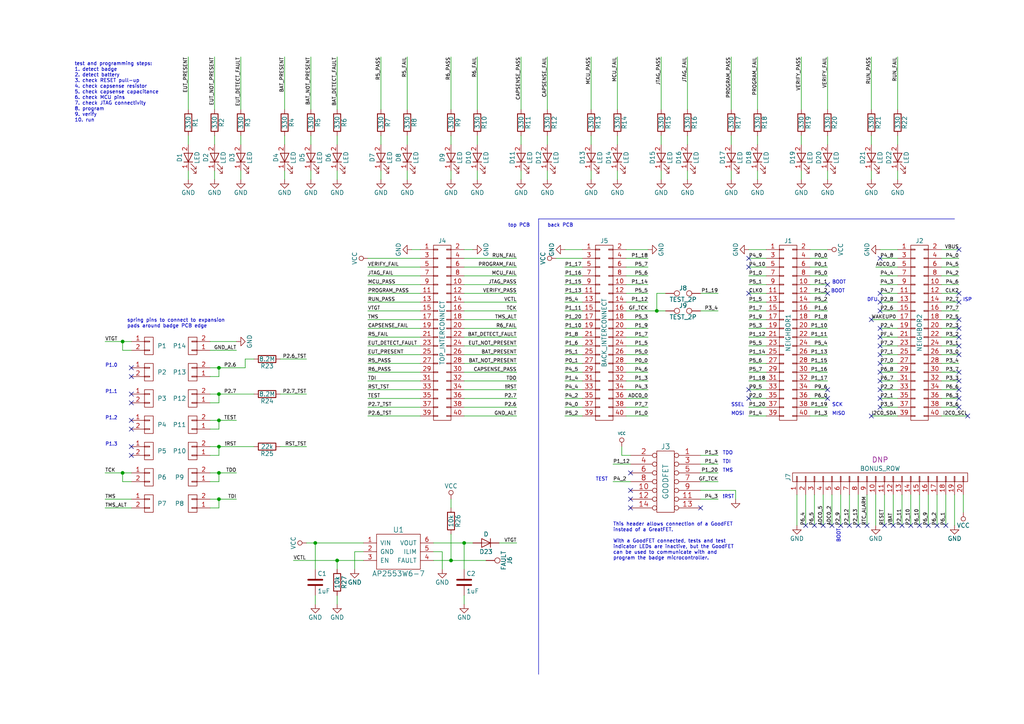
<source format=kicad_sch>
(kicad_sch (version 20230121) (generator eeschema)
  (paper "A4")
  (title_block (title "ToorCamp 2018 Badge Test Jig") (date "2018-06-10") (company "Copyright 2018 Great Scott Gadgets") (comment 1 "License: BSD-3-Clause"))
  (junction (at 91.44 157.48))
  (junction (at 63.5 106.68))
  (junction (at 63.5 114.3))
  (junction (at 35.56 137.16))
  (junction (at 63.5 129.54))
  (junction (at 35.56 99.06))
  (junction (at 63.5 144.78))
  (junction (at 63.5 121.92))
  (junction (at 190.5 90.17))
  (junction (at 130.81 162.56))
  (junction (at 134.62 157.48))
  (junction (at 63.5 137.16))
  (junction (at 97.79 162.56))
  (no_connect (at 278.13 113.03))
  (no_connect (at 278.13 115.57))
  (no_connect (at 38.1 109.22))
  (no_connect (at 274.32 152.4))
  (no_connect (at 255.27 90.17))
  (no_connect (at 243.84 152.4))
  (no_connect (at 269.24 152.4))
  (no_connect (at 251.46 152.4))
  (no_connect (at 259.08 152.4))
  (no_connect (at 278.13 85.09))
  (no_connect (at 255.27 110.49))
  (no_connect (at 266.7 152.4))
  (no_connect (at 182.88 144.78))
  (no_connect (at 182.88 142.24))
  (no_connect (at 240.03 115.57))
  (no_connect (at 252.73 120.65))
  (no_connect (at 255.27 100.33))
  (no_connect (at 271.78 152.4))
  (no_connect (at 278.13 100.33))
  (no_connect (at 240.03 113.03))
  (no_connect (at 255.27 113.03))
  (no_connect (at 38.1 121.92))
  (no_connect (at 217.17 74.93))
  (no_connect (at 217.17 113.03))
  (no_connect (at 233.68 152.4))
  (no_connect (at 264.16 152.4))
  (no_connect (at 236.22 152.4))
  (no_connect (at 278.13 102.87))
  (no_connect (at 246.38 152.4))
  (no_connect (at 182.88 147.32))
  (no_connect (at 255.27 85.09))
  (no_connect (at 255.27 118.11))
  (no_connect (at 240.03 85.09))
  (no_connect (at 38.1 129.54))
  (no_connect (at 278.13 95.25))
  (no_connect (at 38.1 116.84))
  (no_connect (at 252.73 92.71))
  (no_connect (at 280.67 120.65))
  (no_connect (at 278.13 97.79))
  (no_connect (at 255.27 105.41))
  (no_connect (at 38.1 132.08))
  (no_connect (at 278.13 118.11))
  (no_connect (at 278.13 87.63))
  (no_connect (at 255.27 95.25))
  (no_connect (at 238.76 152.4))
  (no_connect (at 256.54 152.4))
  (no_connect (at 255.27 74.93))
  (no_connect (at 261.62 152.4))
  (no_connect (at 240.03 82.55))
  (no_connect (at 248.92 152.4))
  (no_connect (at 278.13 107.95))
  (no_connect (at 217.17 85.09))
  (no_connect (at 278.13 110.49))
  (no_connect (at 203.2 147.32))
  (no_connect (at 217.17 77.47))
  (no_connect (at 241.3 152.4))
  (no_connect (at 278.13 72.39))
  (no_connect (at 255.27 97.79))
  (no_connect (at 255.27 102.87))
  (no_connect (at 38.1 124.46))
  (no_connect (at 182.88 137.16))
  (no_connect (at 255.27 115.57))
  (no_connect (at 255.27 107.95))
  (no_connect (at 38.1 106.68))
  (no_connect (at 278.13 92.71))
  (no_connect (at 255.27 87.63))
  (no_connect (at 217.17 115.57))
  (no_connect (at 38.1 114.3))
  (wire (pts (xy 63.5 109.22) (xy 60.96 109.22)))
  (wire (pts (xy 217.17 115.57) (xy 222.25 115.57)))
  (wire (pts (xy 187.96 77.47) (xy 181.61 77.47)))
  (wire (pts (xy 240.03 105.41) (xy 234.95 105.41)))
  (wire (pts (xy 106.68 113.03) (xy 121.92 113.03)))
  (wire (pts (xy 110.49 39.37) (xy 110.49 41.91)))
  (wire (pts (xy 63.5 139.7) (xy 63.5 137.16)))
  (wire (pts (xy 69.85 49.53) (xy 69.85 52.07)))
  (wire (pts (xy 280.67 120.65) (xy 273.05 120.65)))
  (wire (pts (xy 171.45 49.53) (xy 171.45 52.07)))
  (wire (pts (xy 54.61 31.75) (xy 54.61 16.51)))
  (wire (pts (xy 217.17 82.55) (xy 222.25 82.55)))
  (wire (pts (xy 269.24 152.4) (xy 269.24 143.51)))
  (wire (pts (xy 110.49 49.53) (xy 110.49 52.07)))
  (wire (pts (xy 63.5 106.68) (xy 71.12 106.68)))
  (wire (pts (xy 217.17 87.63) (xy 222.25 87.63)))
  (wire (pts (xy 181.61 90.17) (xy 190.5 90.17)))
  (wire (pts (xy 255.27 118.11) (xy 260.35 118.11)))
  (wire (pts (xy 125.73 162.56) (xy 130.81 162.56)))
  (wire (pts (xy 151.13 31.75) (xy 151.13 16.51)))
  (wire (pts (xy 63.5 132.08) (xy 60.96 132.08)))
  (wire (pts (xy 187.96 113.03) (xy 181.61 113.03)))
  (wire (pts (xy 203.2 144.78) (xy 208.28 144.78)))
  (wire (pts (xy 163.83 107.95) (xy 168.91 107.95)))
  (wire (pts (xy 60.96 139.7) (xy 63.5 139.7)))
  (wire (pts (xy 255.27 72.39) (xy 260.35 72.39)))
  (wire (pts (xy 252.73 31.75) (xy 252.73 16.51)))
  (wire (pts (xy 106.68 77.47) (xy 121.92 77.47)))
  (wire (pts (xy 217.17 97.79) (xy 222.25 97.79)))
  (wire (pts (xy 130.81 147.32) (xy 130.81 144.78)))
  (wire (pts (xy 182.88 139.7) (xy 177.8 139.7)))
  (wire (pts (xy 149.86 82.55) (xy 134.62 82.55)))
  (wire (pts (xy 187.96 118.11) (xy 181.61 118.11)))
  (wire (pts (xy 163.83 102.87) (xy 168.91 102.87)))
  (wire (pts (xy 278.13 85.09) (xy 273.05 85.09)))
  (wire (pts (xy 217.17 118.11) (xy 222.25 118.11)))
  (wire (pts (xy 219.71 49.53) (xy 219.71 52.07)))
  (wire (pts (xy 278.13 107.95) (xy 273.05 107.95)))
  (wire (pts (xy 236.22 152.4) (xy 236.22 143.51)))
  (wire (pts (xy 271.78 152.4) (xy 271.78 143.51)))
  (wire (pts (xy 134.62 80.01) (xy 149.86 80.01)))
  (wire (pts (xy 234.95 113.03) (xy 240.03 113.03)))
  (wire (pts (xy 97.79 31.75) (xy 97.79 16.51)))
  (wire (pts (xy 30.48 137.16) (xy 35.56 137.16)))
  (wire (pts (xy 90.17 49.53) (xy 90.17 52.07)))
  (wire (pts (xy 63.5 129.54) (xy 63.5 132.08)))
  (wire (pts (xy 138.43 49.53) (xy 138.43 52.07)))
  (wire (pts (xy 217.17 95.25) (xy 222.25 95.25)))
  (wire (pts (xy 232.41 39.37) (xy 232.41 41.91)))
  (wire (pts (xy 88.9 157.48) (xy 91.44 157.48)))
  (wire (pts (xy 62.23 31.75) (xy 62.23 16.51)))
  (wire (pts (xy 234.95 82.55) (xy 240.03 82.55)))
  (wire (pts (xy 134.62 120.65) (xy 149.86 120.65)))
  (wire (pts (xy 233.68 152.4) (xy 233.68 143.51)))
  (wire (pts (xy 273.05 118.11) (xy 278.13 118.11)))
  (wire (pts (xy 240.03 90.17) (xy 234.95 90.17)))
  (wire (pts (xy 102.87 160.02) (xy 102.87 165.1)))
  (wire (pts (xy 240.03 39.37) (xy 240.03 41.91)))
  (wire (pts (xy 212.09 31.75) (xy 212.09 16.51)))
  (wire (pts (xy 191.77 31.75) (xy 191.77 16.51)))
  (wire (pts (xy 276.86 152.4) (xy 276.86 143.51)))
  (wire (pts (xy 149.86 74.93) (xy 134.62 74.93)))
  (wire (pts (xy 217.17 77.47) (xy 222.25 77.47)))
  (wire (pts (xy 246.38 152.4) (xy 246.38 143.51)))
  (wire (pts (xy 106.68 92.71) (xy 121.92 92.71)))
  (wire (pts (xy 187.96 102.87) (xy 181.61 102.87)))
  (wire (pts (xy 181.61 80.01) (xy 187.96 80.01)))
  (wire (pts (xy 63.5 121.92) (xy 68.58 121.92)))
  (wire (pts (xy 163.83 97.79) (xy 168.91 97.79)))
  (wire (pts (xy 278.13 102.87) (xy 273.05 102.87)))
  (wire (pts (xy 168.91 85.09) (xy 163.83 85.09)))
  (wire (pts (xy 212.09 39.37) (xy 212.09 41.91)))
  (wire (pts (xy 134.62 105.41) (xy 149.86 105.41)))
  (wire (pts (xy 208.28 85.09) (xy 203.2 85.09)))
  (wire (pts (xy 217.17 100.33) (xy 222.25 100.33)))
  (wire (pts (xy 97.79 162.56) (xy 105.41 162.56)))
  (wire (pts (xy 35.56 99.06) (xy 35.56 101.6)))
  (wire (pts (xy 217.17 110.49) (xy 222.25 110.49)))
  (wire (pts (xy 203.2 132.08) (xy 208.28 132.08)))
  (wire (pts (xy 255.27 85.09) (xy 260.35 85.09)))
  (wire (pts (xy 273.05 74.93) (xy 278.13 74.93)))
  (wire (pts (xy 219.71 31.75) (xy 219.71 16.51)))
  (wire (pts (xy 35.56 137.16) (xy 35.56 139.7)))
  (wire (pts (xy 60.96 106.68) (xy 63.5 106.68)))
  (wire (pts (xy 121.92 85.09) (xy 106.68 85.09)))
  (wire (pts (xy 187.96 82.55) (xy 181.61 82.55)))
  (wire (pts (xy 181.61 115.57) (xy 187.96 115.57)))
  (wire (pts (xy 125.73 160.02) (xy 128.27 160.02)))
  (wire (pts (xy 255.27 100.33) (xy 260.35 100.33)))
  (wire (pts (xy 231.14 152.4) (xy 231.14 143.51)))
  (wire (pts (xy 35.56 101.6) (xy 38.1 101.6)))
  (wire (pts (xy 213.36 144.78) (xy 213.36 142.24)))
  (wire (pts (xy 278.13 105.41) (xy 273.05 105.41)))
  (wire (pts (xy 181.61 120.65) (xy 187.96 120.65)))
  (wire (pts (xy 251.46 152.4) (xy 251.46 143.51)))
  (wire (pts (xy 54.61 49.53) (xy 54.61 52.07)))
  (wire (pts (xy 171.45 39.37) (xy 171.45 41.91)))
  (wire (pts (xy 240.03 95.25) (xy 234.95 95.25)))
  (wire (pts (xy 163.83 87.63) (xy 168.91 87.63)))
  (wire (pts (xy 181.61 95.25) (xy 187.96 95.25)))
  (wire (pts (xy 62.23 39.37) (xy 62.23 41.91)))
  (wire (pts (xy 144.78 157.48) (xy 149.86 157.48)))
  (wire (pts (xy 68.58 99.06) (xy 60.96 99.06)))
  (wire (pts (xy 255.27 87.63) (xy 260.35 87.63)))
  (wire (pts (xy 158.75 49.53) (xy 158.75 52.07)))
  (wire (pts (xy 68.58 101.6) (xy 60.96 101.6)))
  (wire (pts (xy 118.11 39.37) (xy 118.11 41.91)))
  (wire (pts (xy 134.62 90.17) (xy 149.86 90.17)))
  (wire (pts (xy 60.96 144.78) (xy 63.5 144.78)))
  (wire (pts (xy 168.91 110.49) (xy 163.83 110.49)))
  (wire (pts (xy 151.13 49.53) (xy 151.13 52.07)))
  (wire (pts (xy 255.27 90.17) (xy 260.35 90.17)))
  (wire (pts (xy 203.2 137.16) (xy 208.28 137.16)))
  (wire (pts (xy 35.56 137.16) (xy 38.1 137.16)))
  (wire (pts (xy 69.85 31.75) (xy 69.85 16.51)))
  (wire (pts (xy 279.4 148.59) (xy 279.4 143.51)))
  (wire (pts (xy 260.35 39.37) (xy 260.35 41.91)))
  (wire (pts (xy 121.92 90.17) (xy 106.68 90.17)))
  (wire (pts (xy 208.28 90.17) (xy 203.2 90.17)))
  (wire (pts (xy 256.54 152.4) (xy 256.54 143.51)))
  (wire (pts (xy 234.95 87.63) (xy 240.03 87.63)))
  (wire (pts (xy 106.68 87.63) (xy 121.92 87.63)))
  (wire (pts (xy 60.96 129.54) (xy 63.5 129.54)))
  (wire (pts (xy 63.5 114.3) (xy 63.5 116.84)))
  (wire (pts (xy 121.92 105.41) (xy 106.68 105.41)))
  (wire (pts (xy 121.92 100.33) (xy 106.68 100.33)))
  (wire (pts (xy 232.41 49.53) (xy 232.41 52.07)))
  (wire (pts (xy 149.86 77.47) (xy 134.62 77.47)))
  (wire (pts (xy 106.68 102.87) (xy 121.92 102.87)))
  (wire (pts (xy 240.03 31.75) (xy 240.03 16.51)))
  (wire (pts (xy 110.49 31.75) (xy 110.49 16.51)))
  (wire (pts (xy 212.09 49.53) (xy 212.09 52.07)))
  (wire (pts (xy 187.96 87.63) (xy 181.61 87.63)))
  (wire (pts (xy 134.62 95.25) (xy 149.86 95.25)))
  (wire (pts (xy 128.27 160.02) (xy 128.27 165.1)))
  (wire (pts (xy 54.61 39.37) (xy 54.61 41.91)))
  (wire (pts (xy 168.91 115.57) (xy 163.83 115.57)))
  (wire (pts (xy 259.08 152.4) (xy 259.08 143.51)))
  (wire (pts (xy 88.9 104.14) (xy 81.28 104.14)))
  (wire (pts (xy 138.43 31.75) (xy 138.43 16.51)))
  (wire (pts (xy 181.61 100.33) (xy 187.96 100.33)))
  (wire (pts (xy 232.41 31.75) (xy 232.41 16.51)))
  (wire (pts (xy 121.92 110.49) (xy 106.68 110.49)))
  (wire (pts (xy 278.13 110.49) (xy 273.05 110.49)))
  (wire (pts (xy 158.75 39.37) (xy 158.75 41.91)))
  (wire (pts (xy 181.61 105.41) (xy 187.96 105.41)))
  (wire (pts (xy 60.96 114.3) (xy 63.5 114.3)))
  (wire (pts (xy 278.13 82.55) (xy 273.05 82.55)))
  (wire (pts (xy 134.62 157.48) (xy 134.62 165.1)))
  (wire (pts (xy 149.86 102.87) (xy 134.62 102.87)))
  (wire (pts (xy 234.95 72.39) (xy 240.03 72.39)))
  (wire (pts (xy 217.17 85.09) (xy 222.25 85.09)))
  (wire (pts (xy 217.17 113.03) (xy 222.25 113.03)))
  (wire (pts (xy 149.86 97.79) (xy 134.62 97.79)))
  (wire (pts (xy 240.03 115.57) (xy 234.95 115.57)))
  (wire (pts (xy 187.96 107.95) (xy 181.61 107.95)))
  (wire (pts (xy 118.11 49.53) (xy 118.11 52.07)))
  (wire (pts (xy 171.45 31.75) (xy 171.45 16.51)))
  (wire (pts (xy 199.39 31.75) (xy 199.39 16.51)))
  (wire (pts (xy 163.83 77.47) (xy 168.91 77.47)))
  (wire (pts (xy 278.13 113.03) (xy 273.05 113.03)))
  (polyline (pts (xy 276.86 63.5) (xy 156.21 63.5)))
  (wire (pts (xy 130.81 39.37) (xy 130.81 41.91)))
  (wire (pts (xy 35.56 139.7) (xy 38.1 139.7)))
  (wire (pts (xy 240.03 110.49) (xy 234.95 110.49)))
  (wire (pts (xy 30.48 147.32) (xy 38.1 147.32)))
  (wire (pts (xy 199.39 49.53) (xy 199.39 52.07)))
  (wire (pts (xy 71.12 106.68) (xy 71.12 104.14)))
  (wire (pts (xy 217.17 102.87) (xy 222.25 102.87)))
  (wire (pts (xy 199.39 39.37) (xy 199.39 41.91)))
  (wire (pts (xy 217.17 105.41) (xy 222.25 105.41)))
  (wire (pts (xy 213.36 142.24) (xy 203.2 142.24)))
  (wire (pts (xy 62.23 49.53) (xy 62.23 52.07)))
  (wire (pts (xy 278.13 87.63) (xy 273.05 87.63)))
  (wire (pts (xy 82.55 49.53) (xy 82.55 52.07)))
  (wire (pts (xy 106.68 118.11) (xy 121.92 118.11)))
  (wire (pts (xy 234.95 92.71) (xy 240.03 92.71)))
  (wire (pts (xy 191.77 49.53) (xy 191.77 52.07)))
  (wire (pts (xy 134.62 110.49) (xy 149.86 110.49)))
  (wire (pts (xy 134.62 100.33) (xy 149.86 100.33)))
  (wire (pts (xy 241.3 152.4) (xy 241.3 143.51)))
  (wire (pts (xy 121.92 80.01) (xy 106.68 80.01)))
  (wire (pts (xy 130.81 162.56) (xy 140.97 162.56)))
  (wire (pts (xy 134.62 72.39) (xy 137.16 72.39)))
  (wire (pts (xy 278.13 77.47) (xy 273.05 77.47)))
  (wire (pts (xy 255.27 113.03) (xy 260.35 113.03)))
  (wire (pts (xy 254 77.47) (xy 260.35 77.47)))
  (wire (pts (xy 260.35 110.49) (xy 255.27 110.49)))
  (wire (pts (xy 90.17 31.75) (xy 90.17 16.51)))
  (wire (pts (xy 134.62 157.48) (xy 137.16 157.48)))
  (wire (pts (xy 190.5 90.17) (xy 193.04 90.17)))
  (wire (pts (xy 278.13 95.25) (xy 273.05 95.25)))
  (wire (pts (xy 243.84 152.4) (xy 243.84 143.51)))
  (wire (pts (xy 260.35 95.25) (xy 255.27 95.25)))
  (wire (pts (xy 63.5 116.84) (xy 60.96 116.84)))
  (wire (pts (xy 130.81 162.56) (xy 130.81 154.94)))
  (wire (pts (xy 163.83 92.71) (xy 168.91 92.71)))
  (wire (pts (xy 203.2 134.62) (xy 208.28 134.62)))
  (wire (pts (xy 278.13 97.79) (xy 273.05 97.79)))
  (wire (pts (xy 168.91 100.33) (xy 163.83 100.33)))
  (wire (pts (xy 97.79 162.56) (xy 97.79 165.1)))
  (wire (pts (xy 82.55 31.75) (xy 82.55 16.51)))
  (wire (pts (xy 63.5 124.46) (xy 60.96 124.46)))
  (wire (pts (xy 187.96 74.93) (xy 181.61 74.93)))
  (wire (pts (xy 163.83 113.03) (xy 168.91 113.03)))
  (wire (pts (xy 69.85 39.37) (xy 69.85 41.91)))
  (wire (pts (xy 149.86 118.11) (xy 134.62 118.11)))
  (wire (pts (xy 187.96 85.09) (xy 181.61 85.09)))
  (wire (pts (xy 177.8 134.62) (xy 182.88 134.62)))
  (wire (pts (xy 85.09 162.56) (xy 97.79 162.56)))
  (wire (pts (xy 278.13 72.39) (xy 273.05 72.39)))
  (wire (pts (xy 91.44 165.1) (xy 91.44 157.48)))
  (wire (pts (xy 260.35 31.75) (xy 260.35 16.51)))
  (wire (pts (xy 240.03 85.09) (xy 234.95 85.09)))
  (wire (pts (xy 97.79 49.53) (xy 97.79 52.07)))
  (wire (pts (xy 119.38 72.39) (xy 121.92 72.39)))
  (wire (pts (xy 255.27 82.55) (xy 260.35 82.55)))
  (wire (pts (xy 168.91 120.65) (xy 163.83 120.65)))
  (wire (pts (xy 240.03 80.01) (xy 234.95 80.01)))
  (wire (pts (xy 261.62 152.4) (xy 261.62 143.51)))
  (wire (pts (xy 168.91 105.41) (xy 163.83 105.41)))
  (wire (pts (xy 240.03 118.11) (xy 234.95 118.11)))
  (wire (pts (xy 60.96 121.92) (xy 63.5 121.92)))
  (wire (pts (xy 248.92 152.4) (xy 248.92 143.51)))
  (wire (pts (xy 63.5 114.3) (xy 73.66 114.3)))
  (wire (pts (xy 168.91 72.39) (xy 163.83 72.39)))
  (wire (pts (xy 260.35 120.65) (xy 252.73 120.65)))
  (wire (pts (xy 134.62 115.57) (xy 149.86 115.57)))
  (wire (pts (xy 217.17 90.17) (xy 222.25 90.17)))
  (wire (pts (xy 121.92 95.25) (xy 106.68 95.25)))
  (wire (pts (xy 187.96 97.79) (xy 181.61 97.79)))
  (wire (pts (xy 149.86 107.95) (xy 134.62 107.95)))
  (wire (pts (xy 252.73 39.37) (xy 252.73 41.91)))
  (wire (pts (xy 217.17 107.95) (xy 222.25 107.95)))
  (wire (pts (xy 151.13 39.37) (xy 151.13 41.91)))
  (wire (pts (xy 278.13 92.71) (xy 273.05 92.71)))
  (wire (pts (xy 97.79 39.37) (xy 97.79 41.91)))
  (wire (pts (xy 260.35 80.01) (xy 255.27 80.01)))
  (wire (pts (xy 106.68 97.79) (xy 121.92 97.79)))
  (wire (pts (xy 254 152.4) (xy 254 143.51)))
  (wire (pts (xy 125.73 157.48) (xy 134.62 157.48)))
  (wire (pts (xy 82.55 39.37) (xy 82.55 41.91)))
  (wire (pts (xy 255.27 74.93) (xy 260.35 74.93)))
  (wire (pts (xy 252.73 49.53) (xy 252.73 52.07)))
  (wire (pts (xy 91.44 157.48) (xy 105.41 157.48)))
  (wire (pts (xy 278.13 100.33) (xy 273.05 100.33)))
  (wire (pts (xy 63.5 147.32) (xy 60.96 147.32)))
  (wire (pts (xy 149.86 113.03) (xy 134.62 113.03)))
  (wire (pts (xy 97.79 172.72) (xy 97.79 175.26)))
  (wire (pts (xy 60.96 137.16) (xy 63.5 137.16)))
  (wire (pts (xy 238.76 152.4) (xy 238.76 143.51)))
  (wire (pts (xy 240.03 74.93) (xy 234.95 74.93)))
  (wire (pts (xy 217.17 74.93) (xy 222.25 74.93)))
  (polyline (pts (xy 156.21 63.5) (xy 156.21 195.58)))
  (wire (pts (xy 203.2 139.7) (xy 208.28 139.7)))
  (wire (pts (xy 38.1 144.78) (xy 30.48 144.78)))
  (wire (pts (xy 278.13 115.57) (xy 273.05 115.57)))
  (wire (pts (xy 278.13 80.01) (xy 273.05 80.01)))
  (wire (pts (xy 163.83 118.11) (xy 168.91 118.11)))
  (wire (pts (xy 106.68 82.55) (xy 121.92 82.55)))
  (wire (pts (xy 234.95 77.47) (xy 240.03 77.47)))
  (wire (pts (xy 240.03 49.53) (xy 240.03 52.07)))
  (wire (pts (xy 161.29 74.93) (xy 168.91 74.93)))
  (wire (pts (xy 255.27 97.79) (xy 260.35 97.79)))
  (wire (pts (xy 260.35 92.71) (xy 252.73 92.71)))
  (wire (pts (xy 138.43 39.37) (xy 138.43 41.91)))
  (wire (pts (xy 168.91 95.25) (xy 163.83 95.25)))
  (wire (pts (xy 105.41 160.02) (xy 102.87 160.02)))
  (wire (pts (xy 63.5 144.78) (xy 68.58 144.78)))
  (wire (pts (xy 179.07 39.37) (xy 179.07 41.91)))
  (wire (pts (xy 260.35 115.57) (xy 255.27 115.57)))
  (wire (pts (xy 217.17 72.39) (xy 222.25 72.39)))
  (wire (pts (xy 240.03 100.33) (xy 234.95 100.33)))
  (wire (pts (xy 219.71 39.37) (xy 219.71 41.91)))
  (wire (pts (xy 118.11 31.75) (xy 118.11 16.51)))
  (wire (pts (xy 234.95 107.95) (xy 240.03 107.95)))
  (wire (pts (xy 260.35 105.41) (xy 255.27 105.41)))
  (wire (pts (xy 179.07 49.53) (xy 179.07 52.07)))
  (wire (pts (xy 264.16 152.4) (xy 264.16 143.51)))
  (wire (pts (xy 234.95 102.87) (xy 240.03 102.87)))
  (wire (pts (xy 163.83 82.55) (xy 168.91 82.55)))
  (wire (pts (xy 130.81 31.75) (xy 130.81 16.51)))
  (wire (pts (xy 63.5 121.92) (xy 63.5 124.46)))
  (wire (pts (xy 149.86 92.71) (xy 134.62 92.71)))
  (wire (pts (xy 182.88 132.08) (xy 180.34 132.08)))
  (wire (pts (xy 260.35 49.53) (xy 260.35 52.07)))
  (wire (pts (xy 274.32 152.4) (xy 274.32 143.51)))
  (wire (pts (xy 134.62 172.72) (xy 134.62 175.26)))
  (wire (pts (xy 255.27 102.87) (xy 260.35 102.87)))
  (wire (pts (xy 234.95 97.79) (xy 240.03 97.79)))
  (wire (pts (xy 90.17 39.37) (xy 90.17 41.91)))
  (wire (pts (xy 168.91 80.01) (xy 163.83 80.01)))
  (wire (pts (xy 217.17 80.01) (xy 222.25 80.01)))
  (wire (pts (xy 266.7 152.4) (xy 266.7 143.51)))
  (wire (pts (xy 63.5 106.68) (xy 63.5 109.22)))
  (wire (pts (xy 30.48 99.06) (xy 35.56 99.06)))
  (wire (pts (xy 35.56 99.06) (xy 38.1 99.06)))
  (wire (pts (xy 121.92 74.93) (xy 106.68 74.93)))
  (wire (pts (xy 187.96 92.71) (xy 181.61 92.71)))
  (wire (pts (xy 193.04 85.09) (xy 190.5 85.09)))
  (wire (pts (xy 158.75 31.75) (xy 158.75 16.51)))
  (wire (pts (xy 181.61 110.49) (xy 187.96 110.49)))
  (wire (pts (xy 180.34 132.08) (xy 180.34 129.54)))
  (wire (pts (xy 191.77 39.37) (xy 191.77 41.91)))
  (wire (pts (xy 121.92 115.57) (xy 106.68 115.57)))
  (wire (pts (xy 278.13 90.17) (xy 273.05 90.17)))
  (wire (pts (xy 121.92 120.65) (xy 106.68 120.65)))
  (wire (pts (xy 222.25 120.65) (xy 217.17 120.65)))
  (wire (pts (xy 88.9 129.54) (xy 81.28 129.54)))
  (wire (pts (xy 134.62 85.09) (xy 149.86 85.09)))
  (wire (pts (xy 181.61 72.39) (xy 187.96 72.39)))
  (wire (pts (xy 106.68 107.95) (xy 121.92 107.95)))
  (wire (pts (xy 255.27 107.95) (xy 260.35 107.95)))
  (wire (pts (xy 234.95 120.65) (xy 240.03 120.65)))
  (wire (pts (xy 179.07 31.75) (xy 179.07 16.51)))
  (wire (pts (xy 168.91 90.17) (xy 163.83 90.17)))
  (wire (pts (xy 91.44 172.72) (xy 91.44 175.26)))
  (wire (pts (xy 217.17 92.71) (xy 222.25 92.71)))
  (wire (pts (xy 88.9 114.3) (xy 81.28 114.3)))
  (wire (pts (xy 63.5 129.54) (xy 73.66 129.54)))
  (wire (pts (xy 63.5 137.16) (xy 68.58 137.16)))
  (wire (pts (xy 190.5 85.09) (xy 190.5 90.17)))
  (wire (pts (xy 149.86 87.63) (xy 134.62 87.63)))
  (wire (pts (xy 71.12 104.14) (xy 73.66 104.14)))
  (wire (pts (xy 130.81 49.53) (xy 130.81 52.07)))
  (wire (pts (xy 63.5 144.78) (xy 63.5 147.32)))
  (text "P1.3" (at 30.48 129.54 0) (effects (font (size 1.016 1.016)) (justify left bottom)))
  (text "This header allows connection of a GoodFET\ninstead of a GreatFET.\n\nWith a GoodFET connected, tests and test\nindicator LEDs are inactive, but the GoodFET\ncan be used to communicate with and\nprogram the badge microcontroller." (at 177.8 162.56 0) (effects (font (size 1.016 1.016)) (justify left bottom)))
  (text "P1.0" (at 30.48 106.68 0) (effects (font (size 1.016 1.016)) (justify left bottom)))
  (text "top PCB" (at 147.32 66.04 0) (effects (font (size 1.016 1.016)) (justify left bottom)))
  (text "SSEL" (at 215.9 118.11 0) (effects (font (size 1.016 1.016)) (justify right bottom)))
  (text "spring pins to connect to expansion\npads around badge PCB edge" (at 36.83 95.25 0) (effects (font (size 1.016 1.016)) (justify left bottom)))
  (text "TEST" (at 172.72 139.7 0) (effects (font (size 1.016 1.016)) (justify left bottom)))
  (text "ISP" (at 281.94 87.63 0) (effects (font (size 1.016 1.016)) (justify right bottom)))
  (text "BOOT" (at 245.11 85.09 0) (effects (font (size 1.016 1.016)) (justify right bottom)))
  (text "TMS" (at 209.55 137.16 0) (effects (font (size 1.016 1.016)) (justify left bottom)))
  (text "SCK" (at 241.3 118.11 0) (effects (font (size 1.016 1.016)) (justify left bottom)))
  (text "TDI" (at 209.55 134.62 0) (effects (font (size 1.016 1.016)) (justify left bottom)))
  (text "DFU" (at 251.46 87.63 0) (effects (font (size 1.016 1.016)) (justify left bottom)))
  (text "!RST" (at 209.55 144.78 0) (effects (font (size 1.016 1.016)) (justify left bottom)))
  (text "P1.2" (at 30.48 121.92 0) (effects (font (size 1.016 1.016)) (justify left bottom)))
  (text "MISO" (at 241.3 120.65 0) (effects (font (size 1.016 1.016)) (justify left bottom)))
  (text "MOSI" (at 215.9 120.65 0) (effects (font (size 1.016 1.016)) (justify right bottom)))
  (text "back PCB" (at 158.75 66.04 0) (effects (font (size 1.016 1.016)) (justify left bottom)))
  (text "P1.1" (at 30.48 114.3 0) (effects (font (size 1.016 1.016)) (justify left bottom)))
  (text "TDO" (at 209.55 132.08 0) (effects (font (size 1.016 1.016)) (justify left bottom)))
  (text "test and programming steps:\n1. detect badge\n2. detect battery\n3. check RESET pull-up\n4. check capsense resistor\n5. check capsense capacitance\n6. check MCU pins\n7. check JTAG connectivity\n8. program\n9. verify\n10. run" (at 21.59 35.56 0) (effects (font (size 1.016 1.016)) (justify left bottom)))
  (text "BOOT" (at 241.3 82.55 0) (effects (font (size 1.016 1.016)) (justify left bottom)))
  (text "BOOT" (at 243.84 157.48 90) (effects (font (size 1.016 1.016)) (justify left bottom)))
  (label "P6_4" (at 233.68 152.4 90) (effects (font (size 1.016 1.016))))
  (label "P2_11" (at 261.62 152.4 90) (effects (font (size 1.016 1.016))))
  (label "P5_3" (at 217.17 95.25 0) (effects (font (size 1.016 1.016))))
  (label "GND_ALT" (at 68.58 101.6 180) (effects (font (size 1.016 1.016))))
  (label "VCTL" (at 85.09 162.56 0) (effects (font (size 1.016 1.016))))
  (label "P7_2" (at 255.27 100.33 0) (effects (font (size 1.016 1.016))))
  (label "BAT_PRESENT" (at 82.55 16.51 270) (effects (font (size 1.016 1.016))))
  (label "P4_0" (at 163.83 118.11 0) (effects (font (size 1.016 1.016))))
  (label "P6_8" (at 255.27 107.95 0) (effects (font (size 1.016 1.016))))
  (label "RST_TST" (at 106.68 113.03 0) (effects (font (size 1.016 1.016))))
  (label "P2_12" (at 246.38 152.4 90) (effects (font (size 1.016 1.016))))
  (label "MCU_PASS" (at 171.45 16.51 270) (effects (font (size 1.016 1.016))))
  (label "P2.7" (at 68.58 114.3 180) (effects (font (size 1.016 1.016))))
  (label "RUN_FAIL" (at 149.86 74.93 180) (effects (font (size 1.016 1.016))))
  (label "GF_TCK" (at 187.96 90.17 180) (effects (font (size 1.016 1.016))))
  (label "R5_FAIL" (at 118.11 16.51 270) (effects (font (size 1.016 1.016))))
  (label "P2_13" (at 248.92 152.4 90) (effects (font (size 1.016 1.016))))
  (label "P1_10" (at 240.03 95.25 180) (effects (font (size 1.016 1.016))))
  (label "P7_0" (at 255.27 105.41 0) (effects (font (size 1.016 1.016))))
  (label "TMS_ALT" (at 30.48 147.32 0) (effects (font (size 1.016 1.016))))
  (label "VCTL" (at 149.86 87.63 180) (effects (font (size 1.016 1.016))))
  (label "P4_9" (at 217.17 74.93 0) (effects (font (size 1.016 1.016))))
  (label "P4_3" (at 255.27 82.55 0) (effects (font (size 1.016 1.016))))
  (label "RST_TST" (at 88.9 129.54 180) (effects (font (size 1.016 1.016))))
  (label "PF_4" (at 255.27 97.79 0) (effects (font (size 1.016 1.016))))
  (label "P5_1" (at 163.83 102.87 0) (effects (font (size 1.016 1.016))))
  (label "TDI" (at 68.58 144.78 180) (effects (font (size 1.016 1.016))))
  (label "R6_PASS" (at 106.68 107.95 0) (effects (font (size 1.016 1.016))))
  (label "P4_6" (at 187.96 107.95 180) (effects (font (size 1.016 1.016))))
  (label "P2.6_TST" (at 88.9 104.14 180) (effects (font (size 1.016 1.016))))
  (label "JTAG_FAIL" (at 199.39 16.51 270) (effects (font (size 1.016 1.016))))
  (label "VTGT" (at 30.48 99.06 0) (effects (font (size 1.016 1.016))))
  (label "P5_0" (at 240.03 80.01 180) (effects (font (size 1.016 1.016))))
  (label "CAPSENSE_FAIL" (at 106.68 95.25 0) (effects (font (size 1.016 1.016))))
  (label "I2C0_SCL" (at 280.67 120.65 180) (effects (font (size 1.016 1.016))))
  (label "ADC0_2" (at 241.3 152.4 90) (effects (font (size 1.016 1.016))))
  (label "P1_20" (at 217.17 118.11 0) (effects (font (size 1.016 1.016))))
  (label "BAT_NOT_PRESENT" (at 149.86 105.41 180) (effects (font (size 1.016 1.016))))
  (label "PROGRAM_PASS" (at 106.68 85.09 0) (effects (font (size 1.016 1.016))))
  (label "P5_4" (at 240.03 100.33 180) (effects (font (size 1.016 1.016))))
  (label "P4_4" (at 255.27 80.01 0) (effects (font (size 1.016 1.016))))
  (label "P1_1" (at 240.03 82.55 180) (effects (font (size 1.016 1.016))))
  (label "P5_5" (at 187.96 85.09 180) (effects (font (size 1.016 1.016))))
  (label "WAKEUP0" (at 252.73 92.71 0) (effects (font (size 1.016 1.016))))
  (label "ADC0_5" (at 238.76 152.4 90) (effects (font (size 1.016 1.016))))
  (label "MCU_FAIL" (at 149.86 80.01 180) (effects (font (size 1.016 1.016))))
  (label "P3_4" (at 278.13 105.41 180) (effects (font (size 1.016 1.016))))
  (label "P3_0" (at 278.13 102.87 180) (effects (font (size 1.016 1.016))))
  (label "P4_7" (at 255.27 85.09 0) (effects (font (size 1.016 1.016))))
  (label "P6_9" (at 269.24 152.4 90) (effects (font (size 1.016 1.016))))
  (label "P1_7" (at 217.17 90.17 0) (effects (font (size 1.016 1.016))))
  (label "P1_14" (at 217.17 102.87 0) (effects (font (size 1.016 1.016))))
  (label "JTAG_FAIL" (at 106.68 80.01 0) (effects (font (size 1.016 1.016))))
  (label "P4_2" (at 163.83 115.57 0) (effects (font (size 1.016 1.016))))
  (label "P0_0" (at 187.96 105.41 180) (effects (font (size 1.016 1.016))))
  (label "EUT_DETECT_FAULT" (at 69.85 16.51 270) (effects (font (size 1.016 1.016))))
  (label "P1_5" (at 187.96 100.33 180) (effects (font (size 1.016 1.016))))
  (label "BAT_NOT_PRESENT" (at 90.17 16.51 270) (effects (font (size 1.016 1.016))))
  (label "P4_5" (at 163.83 107.95 0) (effects (font (size 1.016 1.016))))
  (label "P9_5" (at 217.17 113.03 0) (effects (font (size 1.016 1.016))))
  (label "P5_6" (at 217.17 105.41 0) (effects (font (size 1.016 1.016))))
  (label "P4_2" (at 278.13 80.01 180) (effects (font (size 1.016 1.016))))
  (label "P6_2" (at 271.78 152.4 90) (effects (font (size 1.016 1.016))))
  (label "P6_10" (at 266.7 152.4 90) (effects (font (size 1.016 1.016))))
  (label "R5_FAIL" (at 106.68 97.79 0) (effects (font (size 1.016 1.016))))
  (label "P1_18" (at 217.17 110.49 0) (effects (font (size 1.016 1.016))))
  (label "P2_8" (at 255.27 87.63 0) (effects (font (size 1.016 1.016))))
  (label "TDO" (at 149.86 110.49 180) (effects (font (size 1.016 1.016))))
  (label "P5_7" (at 217.17 107.95 0) (effects (font (size 1.016 1.016))))
  (label "P3_7" (at 278.13 107.95 180) (effects (font (size 1.016 1.016))))
  (label "EUT_NOT_PRESENT" (at 149.86 100.33 180) (effects (font (size 1.016 1.016))))
  (label "P0_0" (at 240.03 74.93 180) (effects (font (size 1.016 1.016))))
  (label "P6_3" (at 278.13 115.57 180) (effects (font (size 1.016 1.016))))
  (label "P1_14" (at 187.96 82.55 180) (effects (font (size 1.016 1.016))))
  (label "P4_0" (at 278.13 74.93 180) (effects (font (size 1.016 1.016))))
  (label "P2_9" (at 243.84 152.4 90) (effects (font (size 1.016 1.016))))
  (label "P1_12" (at 217.17 97.79 0) (effects (font (size 1.016 1.016))))
  (label "P4_3" (at 208.28 144.78 180) (effects (font (size 1.016 1.016))))
  (label "TMS" (at 106.68 92.71 0) (effects (font (size 1.016 1.016))))
  (label "P5_0" (at 187.96 102.87 180) (effects (font (size 1.016 1.016))))
  (label "VERIFY_FAIL" (at 106.68 77.47 0) (effects (font (size 1.016 1.016))))
  (label "P1_4" (at 163.83 110.49 0) (effects (font (size 1.016 1.016))))
  (label "P1_11" (at 240.03 97.79 180) (effects (font (size 1.016 1.016))))
  (label "P0_1" (at 240.03 77.47 180) (effects (font (size 1.016 1.016))))
  (label "GF_TCK" (at 208.28 139.7 180) (effects (font (size 1.016 1.016))))
  (label "P2_6" (at 255.27 90.17 0) (effects (font (size 1.016 1.016))))
  (label "TDO" (at 68.58 137.16 180) (effects (font (size 1.016 1.016))))
  (label "P1_18" (at 187.96 74.93 180) (effects (font (size 1.016 1.016))))
  (label "P1_16" (at 163.83 80.01 0) (effects (font (size 1.016 1.016))))
  (label "P4_10" (at 217.17 77.47 0) (effects (font (size 1.016 1.016))))
  (label "P3_2" (at 278.13 97.79 180) (effects (font (size 1.016 1.016))))
  (label "P1_8" (at 163.83 97.79 0) (effects (font (size 1.016 1.016))))
  (label "ADC0_0" (at 187.96 115.57 180) (effects (font (size 1.016 1.016))))
  (label "P1_15" (at 163.83 82.55 0) (effects (font (size 1.016 1.016))))
  (label "P5_1" (at 217.17 82.55 0) (effects (font (size 1.016 1.016))))
  (label "JTAG_PASS" (at 149.86 82.55 180) (effects (font (size 1.016 1.016))))
  (label "P5_3" (at 187.96 92.71 180) (effects (font (size 1.016 1.016))))
  (label "R5_PASS" (at 106.68 105.41 0) (effects (font (size 1.016 1.016))))
  (label "P3_4" (at 208.28 90.17 180) (effects (font (size 1.016 1.016))))
  (label "R5_PASS" (at 110.49 16.51 270) (effects (font (size 1.016 1.016))))
  (label "P2_5" (at 278.13 92.71 180) (effects (font (size 1.016 1.016))))
  (label "P1_5" (at 217.17 87.63 0) (effects (font (size 1.016 1.016))))
  (label "P2_2" (at 255.27 113.03 0) (effects (font (size 1.016 1.016))))
  (label "P1_11" (at 163.83 90.17 0) (effects (font (size 1.016 1.016))))
  (label "GND_ALT" (at 149.86 120.65 180) (effects (font (size 1.016 1.016))))
  (label "P3_5" (at 255.27 118.11 0) (effects (font (size 1.016 1.016))))
  (label "TCK" (at 30.48 137.16 0) (effects (font (size 1.016 1.016))))
  (label "PROGRAM_FAIL" (at 149.86 77.47 180) (effects (font (size 1.016 1.016))))
  (label "P1_9" (at 217.17 92.71 0) (effects (font (size 1.016 1.016))))
  (label "P1_15" (at 240.03 105.41 180) (effects (font (size 1.016 1.016))))
  (label "P4_6" (at 278.13 82.55 180) (effects (font (size 1.016 1.016))))
  (label "P5_2" (at 163.83 120.65 0) (effects (font (size 1.016 1.016))))
  (label "P3_3" (at 278.13 110.49 180) (effects (font (size 1.016 1.016))))
  (label "!RST" (at 68.58 129.54 180) (effects (font (size 1.016 1.016))))
  (label "I2C0_SDA" (at 252.73 120.65 0) (effects (font (size 1.016 1.016))))
  (label "P5_5" (at 217.17 100.33 0) (effects (font (size 1.016 1.016))))
  (label "P4_3" (at 187.96 113.03 180) (effects (font (size 1.016 1.016))))
  (label "P2_0" (at 217.17 115.57 0) (effects (font (size 1.016 1.016))))
  (label "P1_3" (at 187.96 110.49 180) (effects (font (size 1.016 1.016))))
  (label "P1_12" (at 187.96 87.63 180) (effects (font (size 1.016 1.016))))
  (label "CAPSENSE_PASS" (at 149.86 107.95 180) (effects (font (size 1.016 1.016))))
  (label "EUT_PRESENT" (at 54.61 16.51 270) (effects (font (size 1.016 1.016))))
  (label "P1_19" (at 208.28 85.09 180) (effects (font (size 1.016 1.016))))
  (label "P1_0" (at 217.17 80.01 0) (effects (font (size 1.016 1.016))))
  (label "P2.6" (at 149.86 118.11 180) (effects (font (size 1.016 1.016))))
  (label "RUN_PASS" (at 252.73 16.51 270) (effects (font (size 1.016 1.016))))
  (label "P1_0" (at 187.96 120.65 180) (effects (font (size 1.016 1.016))))
  (label "P2_10" (at 264.16 152.4 90) (effects (font (size 1.016 1.016))))
  (label "BAT_PRESENT" (at 149.86 102.87 180) (effects (font (size 1.016 1.016))))
  (label "CAPSENSE_PASS" (at 151.13 16.51 270) (effects (font (size 1.016 1.016))))
  (label "P2.7" (at 149.86 115.57 180) (effects (font (size 1.016 1.016))))
  (label "RESET" (at 256.54 152.4 90) (effects (font (size 1.016 1.016))))
  (label "TMS" (at 30.48 144.78 0) (effects (font (size 1.016 1.016))))
  (label "MCU_FAIL" (at 179.07 16.51 270) (effects (font (size 1.016 1.016))))
  (label "EUT_PRESENT" (at 106.68 102.87 0) (effects (font (size 1.016 1.016))))
  (label "CLK0" (at 217.17 85.09 0) (effects (font (size 1.016 1.016))))
  (label "VBUS" (at 278.13 72.39 180) (effects (font (size 1.016 1.016))))
  (label "VERIFY_FAIL" (at 240.03 16.51 270) (effects (font (size 1.016 1.016))))
  (label "P7_7" (at 187.96 118.11 180) (effects (font (size 1.016 1.016))))
  (label "P1_9" (at 187.96 95.25 180) (effects (font (size 1.016 1.016))))
  (label "P1_10" (at 163.83 95.25 0) (effects (font (size 1.016 1.016))))
  (label "P1_20" (at 208.28 137.16 180) (effects (font (size 1.016 1.016))))
  (label "P1_17" (at 240.03 110.49 180) (effects (font (size 1.016 1.016))))
  (label "P6_6" (at 278.13 113.03 180) (effects (font (size 1.016 1.016))))
  (label "P1_4" (at 217.17 120.65 0) (effects (font (size 1.016 1.016))))
  (label "P1_6" (at 163.83 100.33 0) (effects (font (size 1.016 1.016))))
  (label "P2.6" (at 68.58 106.68 180) (effects (font (size 1.016 1.016))))
  (label "P1_7" (at 187.96 97.79 180) (effects (font (size 1.016 1.016))))
  (label "P6_0" (at 240.03 115.57 180) (effects (font (size 1.016 1.016))))
  (label "P2.7_TST" (at 88.9 114.3 180) (effects (font (size 1.016 1.016))))
  (label "R6_FAIL" (at 138.43 16.51 270) (effects (font (size 1.016 1.016))))
  (label "TCK" (at 149.86 90.17 180) (effects (font (size 1.016 1.016))))
  (label "P5_6" (at 187.96 80.01 180) (effects (font (size 1.016 1.016))))
  (label "RUN_PASS" (at 106.68 87.63 0) (effects (font (size 1.016 1.016))))
  (label "P1_17" (at 163.83 77.47 0) (effects (font (size 1.016 1.016))))
  (label "VTGT" (at 106.68 90.17 0) (effects (font (size 1.016 1.016))))
  (label "ADC0_0" (at 254 77.47 0) (effects (font (size 1.016 1.016))))
  (label "R6_PASS" (at 130.81 16.51 270) (effects (font (size 1.016 1.016))))
  (label "P6_1" (at 274.32 152.4 90) (effects (font (size 1.016 1.016))))
  (label "RTC_ALARM" (at 251.46 152.4 90) (effects (font (size 1.016 1.016))))
  (label "P1_3" (at 240.03 120.65 180) (effects (font (size 1.016 1.016))))
  (label "P1_12" (at 177.8 134.62 0) (effects (font (size 1.016 1.016))))
  (label "TEST" (at 106.68 115.57 0) (effects (font (size 1.016 1.016))))
  (label "P1_16" (at 240.03 107.95 180) (effects (font (size 1.016 1.016))))
  (label "P2_4" (at 255.27 95.25 0) (effects (font (size 1.016 1.016))))
  (label "P2_7" (at 278.13 87.63 180) (effects (font (size 1.016 1.016))))
  (label "VERIFY_PASS" (at 232.41 16.51 270) (effects (font (size 1.016 1.016))))
  (label "BAT_DETECT_FAULT" (at 97.79 16.51 270) (effects (font (size 1.016 1.016))))
  (label "P2_3" (at 278.13 95.25 180) (effects (font (size 1.016 1.016))))
  (label "P3_6" (at 278.13 118.11 180) (effects (font (size 1.016 1.016))))
  (label "P1_4" (at 208.28 134.62 180) (effects (font (size 1.016 1.016))))
  (label "P6_7" (at 255.27 110.49 0) (effects (font (size 1.016 1.016))))
  (label "P0_1" (at 163.83 105.41 0) (effects (font (size 1.016 1.016))))
  (label "P7_7" (at 278.13 90.17 180) (effects (font (size 1.016 1.016))))
  (label "CAPSENSE_FAIL" (at 158.75 16.51 270) (effects (font (size 1.016 1.016))))
  (label "VERIFY_PASS" (at 149.86 85.09 180) (effects (font (size 1.016 1.016))))
  (label "P2_1" (at 255.27 115.57 0) (effects (font (size 1.016 1.016))))
  (label "VTGT" (at 149.86 157.48 180) (effects (font (size 1.016 1.016))))
  (label "VBAT" (at 259.08 152.4 90) (effects (font (size 1.016 1.016))))
  (label "P1_2" (at 240.03 85.09 180) (effects (font (size 1.016 1.016))))
  (label "MCU_PASS" (at 106.68 82.55 0) (effects (font (size 1.016 1.016))))
  (label "EUT_DETECT_FAULT" (at 106.68 100.33 0) (effects (font (size 1.016 1.016))))
  (label "P4_2" (at 177.8 139.7 0) (effects (font (size 1.016 1.016))))
  (label "P7_1" (at 255.27 102.87 0) (effects (font (size 1.016 1.016))))
  (label "TDI" (at 106.68 110.49 0) (effects (font (size 1.016 1.016))))
  (label "!RST" (at 149.86 113.03 180) (effects (font (size 1.016 1.016))))
  (label "P1_13" (at 240.03 102.87 180) (effects (font (size 1.016 1.016))))
  (label "P5_4" (at 163.83 87.63 0) (effects (font (size 1.016 1.016))))
  (label "P1_13" (at 163.83 85.09 0) (effects (font (size 1.016 1.016))))
  (label "P4_4" (at 163.83 113.03 0) (effects (font (size 1.016 1.016))))
  (label "CLK2" (at 278.13 85.09 180) (effects (font (size 1.016 1.016))))
  (label "R6_FAIL" (at 149.86 95.25 180) (effects (font (size 1.016 1.016))))
  (label "TEST" (at 68.58 121.92 180) (effects (font (size 1.016 1.016))))
  (label "P2.6_TST" (at 106.68 120.65 0) (effects (font (size 1.016 1.016))))
  (label "P2.7_TST" (at 106.68 118.11 0) (effects (font (size 1.016 1.016))))
  (label "P1_8" (at 240.03 92.71 180) (effects (font (size 1.016 1.016))))
  (label "P5_7" (at 187.96 77.47 180) (effects (font (size 1.016 1.016))))
  (label "EUT_NOT_PRESENT" (at 62.23 16.51 270) (effects (font (size 1.016 1.016))))
  (label "P4_8" (at 255.27 74.93 0) (effects (font (size 1.016 1.016))))
  (label "TMS_ALT" (at 149.86 92.71 180) (effects (font (size 1.016 1.016))))
  (label "RUN_FAIL" (at 260.35 16.51 270) (effects (font (size 1.016 1.016))))
  (label "JTAG_PASS" (at 191.77 16.51 270) (effects (font (size 1.016 1.016))))
  (label "P3_1" (at 278.13 100.33 180) (effects (font (size 1.016 1.016))))
  (label "P1_3" (at 208.28 132.08 180) (effects (font (size 1.016 1.016))))
  (label "BAT_DETECT_FAULT" (at 149.86 97.79 180) (effects (font (size 1.016 1.016))))
  (label "P9_6" (at 240.03 113.03 180) (effects (font (size 1.016 1.016))))
  (label "P1_20" (at 163.83 92.71 0) (effects (font (size 1.016 1.016))))
  (label "PROGRAM_PASS" (at 212.09 16.51 270) (effects (font (size 1.016 1.016))))
  (label "PROGRAM_FAIL" (at 219.71 16.51 270) (effects (font (size 1.016 1.016))))
  (label "P1_6" (at 240.03 90.17 180) (effects (font (size 1.016 1.016))))
  (label "P5_2" (at 240.03 87.63 180) (effects (font (size 1.016 1.016))))
  (label "P1_19" (at 240.03 118.11 180) (effects (font (size 1.016 1.016))))
  (label "P6_5" (at 236.22 152.4 90) (effects (font (size 1.016 1.016))))
  (label "P4_5" (at 278.13 77.47 180) (effects (font (size 1.016 1.016))))
  (symbol (lib_id "toorcamp2018jig-rescue:CONN_7X2") (at 193.04 139.7 0) (mirror y) (unit 1)
    (property "Reference" "J3" (at 193.04 129.54 0) (effects (font (size 1.524 1.524))))
    (property "Value" "GOODFET" (at 193.04 139.7 90) (effects (font (size 1.524 1.524))))
    (property "Footprint" "gsg-modules:HEADER-2x7" (effects hide))
  )
  (symbol (lib_id "toorcamp2018jig-rescue:GND") (at 213.36 144.78 0) (unit 1)
    (property "Reference" "#PWR02" (effects hide))
    (property "Value" "GND" (effects hide))
  )
  (symbol (lib_id "toorcamp2018jig-rescue:VCC") (at 180.34 129.54 0) (unit 1)
    (property "Reference" "#PWR01" (effects hide))
    (property "Value" "VCC" (at 180.34 125.73 0) (effects (font (size 0.762 0.762))))
  )
  (symbol (lib_id "toorcamp2018jig-rescue:GND") (at 68.58 99.06 90) (unit 1)
    (property "Reference" "#PWR03" (effects hide))
    (property "Value" "GND" (at 72.39 99.06 0))
  )
  (symbol (lib_id "toorcamp2018jig-rescue:R") (at 77.47 129.54 270) (unit 1)
    (property "Reference" "R25" (at 77.47 131.572 90))
    (property "Value" "22k" (at 77.47 129.54 90))
    (property "Footprint" "gsg-modules:0603" (effects hide))
    (property "Manufacturer" "Yageo" (effects hide))
    (property "Part Number" "RC0603JR-0722KL" (effects hide))
    (property "Description" "RES SMD 22K OHM 5% 1/10W 0603" (effects hide))
  )
  (symbol (lib_id "toorcamp2018jig-rescue:R") (at 77.47 104.14 270) (unit 1)
    (property "Reference" "R23" (at 77.47 106.172 90))
    (property "Value" "8.2M" (at 77.47 104.14 90))
    (property "Footprint" "gsg-modules:0603" (effects hide))
    (property "Manufacturer" "Yageo" (effects hide))
    (property "Yageo" "RC0603JR-078M2L" (effects hide))
    (property "Description" "RES SMD 8.2M OHM 5% 1/10W 0603" (effects hide))
  )
  (symbol (lib_id "toorcamp2018jig-rescue:LED") (at 54.61 45.72 90) (unit 1)
    (property "Reference" "D1" (at 52.07 45.72 0))
    (property "Value" "LED" (at 57.15 45.72 0))
    (property "Footprint" "gsg-modules:0603D" (effects hide))
    (property "Manufacturer" "Lumex" (effects hide))
    (property "Part Number" "SML-LX0603GW-TR" (effects hide))
    (property "Description" "LED GREEN DIFFUSED 0603 SMD" (effects hide))
  )
  (symbol (lib_id "toorcamp2018jig-rescue:GND") (at 54.61 52.07 0) (unit 1)
    (property "Reference" "#PWR04" (effects hide))
    (property "Value" "GND" (at 54.61 55.88 0))
  )
  (symbol (lib_id "toorcamp2018jig-rescue:GND") (at 62.23 52.07 0) (unit 1)
    (property "Reference" "#PWR05" (effects hide))
    (property "Value" "GND" (at 62.23 55.88 0))
  )
  (symbol (lib_id "toorcamp2018jig-rescue:GND") (at 69.85 52.07 0) (unit 1)
    (property "Reference" "#PWR06" (effects hide))
    (property "Value" "GND" (at 69.85 55.88 0))
  )
  (symbol (lib_id "toorcamp2018jig-rescue:GND") (at 82.55 52.07 0) (unit 1)
    (property "Reference" "#PWR07" (effects hide))
    (property "Value" "GND" (at 82.55 55.88 0))
  )
  (symbol (lib_id "toorcamp2018jig-rescue:GND") (at 90.17 52.07 0) (unit 1)
    (property "Reference" "#PWR08" (effects hide))
    (property "Value" "GND" (at 90.17 55.88 0))
  )
  (symbol (lib_id "toorcamp2018jig-rescue:GND") (at 97.79 52.07 0) (unit 1)
    (property "Reference" "#PWR09" (effects hide))
    (property "Value" "GND" (at 97.79 55.88 0))
  )
  (symbol (lib_id "toorcamp2018jig-rescue:GND") (at 110.49 52.07 0) (unit 1)
    (property "Reference" "#PWR010" (effects hide))
    (property "Value" "GND" (at 110.49 55.88 0))
  )
  (symbol (lib_id "toorcamp2018jig-rescue:GND") (at 118.11 52.07 0) (unit 1)
    (property "Reference" "#PWR011" (effects hide))
    (property "Value" "GND" (at 118.11 55.88 0))
  )
  (symbol (lib_id "toorcamp2018jig-rescue:GND") (at 130.81 52.07 0) (unit 1)
    (property "Reference" "#PWR012" (effects hide))
    (property "Value" "GND" (at 130.81 55.88 0))
  )
  (symbol (lib_id "toorcamp2018jig-rescue:GND") (at 138.43 52.07 0) (unit 1)
    (property "Reference" "#PWR013" (effects hide))
    (property "Value" "GND" (at 138.43 55.88 0))
  )
  (symbol (lib_id "toorcamp2018jig-rescue:GND") (at 171.45 52.07 0) (unit 1)
    (property "Reference" "#PWR014" (effects hide))
    (property "Value" "GND" (at 171.45 55.88 0))
  )
  (symbol (lib_id "toorcamp2018jig-rescue:GND") (at 179.07 52.07 0) (unit 1)
    (property "Reference" "#PWR015" (effects hide))
    (property "Value" "GND" (at 179.07 55.88 0))
  )
  (symbol (lib_id "toorcamp2018jig-rescue:GND") (at 151.13 52.07 0) (unit 1)
    (property "Reference" "#PWR016" (effects hide))
    (property "Value" "GND" (at 151.13 55.88 0))
  )
  (symbol (lib_id "toorcamp2018jig-rescue:GND") (at 158.75 52.07 0) (unit 1)
    (property "Reference" "#PWR017" (effects hide))
    (property "Value" "GND" (at 158.75 55.88 0))
  )
  (symbol (lib_id "toorcamp2018jig-rescue:GND") (at 191.77 52.07 0) (unit 1)
    (property "Reference" "#PWR018" (effects hide))
    (property "Value" "GND" (at 191.77 55.88 0))
  )
  (symbol (lib_id "toorcamp2018jig-rescue:GND") (at 199.39 52.07 0) (unit 1)
    (property "Reference" "#PWR019" (effects hide))
    (property "Value" "GND" (at 199.39 55.88 0))
  )
  (symbol (lib_id "toorcamp2018jig-rescue:GND") (at 212.09 52.07 0) (unit 1)
    (property "Reference" "#PWR020" (effects hide))
    (property "Value" "GND" (at 212.09 55.88 0))
  )
  (symbol (lib_id "toorcamp2018jig-rescue:GND") (at 219.71 52.07 0) (unit 1)
    (property "Reference" "#PWR021" (effects hide))
    (property "Value" "GND" (at 219.71 55.88 0))
  )
  (symbol (lib_id "toorcamp2018jig-rescue:GND") (at 232.41 52.07 0) (unit 1)
    (property "Reference" "#PWR022" (effects hide))
    (property "Value" "GND" (at 232.41 55.88 0))
  )
  (symbol (lib_id "toorcamp2018jig-rescue:GND") (at 240.03 52.07 0) (unit 1)
    (property "Reference" "#PWR023" (effects hide))
    (property "Value" "GND" (at 240.03 55.88 0))
  )
  (symbol (lib_id "toorcamp2018jig-rescue:GND") (at 252.73 52.07 0) (unit 1)
    (property "Reference" "#PWR024" (effects hide))
    (property "Value" "GND" (at 252.73 55.88 0))
  )
  (symbol (lib_id "toorcamp2018jig-rescue:GND") (at 260.35 52.07 0) (unit 1)
    (property "Reference" "#PWR025" (effects hide))
    (property "Value" "GND" (at 260.35 55.88 0))
  )
  (symbol (lib_id "toorcamp2018jig-rescue:R") (at 252.73 35.56 0) (unit 1)
    (property "Reference" "R21" (at 254.762 35.56 90))
    (property "Value" "330" (at 252.73 35.56 90))
    (property "Footprint" "gsg-modules:0603" (effects hide))
    (property "Manufacturer" "Stackpole" (effects hide))
    (property "Part Number" "RMCF0603JT330R" (effects hide))
    (property "Description" "RES 330 OHM 1/10W 5% 0603 SMD" (effects hide))
  )
  (symbol (lib_id "toorcamp2018jig-rescue:R") (at 260.35 35.56 0) (unit 1)
    (property "Reference" "R22" (at 262.382 35.56 90))
    (property "Value" "330" (at 260.35 35.56 90))
    (property "Footprint" "gsg-modules:0603" (effects hide))
    (property "Manufacturer" "Stackpole" (effects hide))
    (property "Part Number" "RMCF0603JT330R" (effects hide))
    (property "Description" "RES 330 OHM 1/10W 5% 0603 SMD" (effects hide))
  )
  (symbol (lib_id "toorcamp2018jig-rescue:R") (at 232.41 35.56 0) (unit 1)
    (property "Reference" "R19" (at 234.442 35.56 90))
    (property "Value" "330" (at 232.41 35.56 90))
    (property "Footprint" "gsg-modules:0603" (effects hide))
    (property "Manufacturer" "Stackpole" (effects hide))
    (property "Part Number" "RMCF0603JT330R" (effects hide))
    (property "Description" "RES 330 OHM 1/10W 5% 0603 SMD" (effects hide))
  )
  (symbol (lib_id "toorcamp2018jig-rescue:R") (at 240.03 35.56 0) (unit 1)
    (property "Reference" "R20" (at 242.062 35.56 90))
    (property "Value" "330" (at 240.03 35.56 90))
    (property "Footprint" "gsg-modules:0603" (effects hide))
    (property "Manufacturer" "Stackpole" (effects hide))
    (property "Part Number" "RMCF0603JT330R" (effects hide))
    (property "Description" "RES 330 OHM 1/10W 5% 0603 SMD" (effects hide))
  )
  (symbol (lib_id "toorcamp2018jig-rescue:R") (at 212.09 35.56 0) (unit 1)
    (property "Reference" "R17" (at 214.122 35.56 90))
    (property "Value" "330" (at 212.09 35.56 90))
    (property "Footprint" "gsg-modules:0603" (effects hide))
    (property "Manufacturer" "Stackpole" (effects hide))
    (property "Part Number" "RMCF0603JT330R" (effects hide))
    (property "Description" "RES 330 OHM 1/10W 5% 0603 SMD" (effects hide))
  )
  (symbol (lib_id "toorcamp2018jig-rescue:R") (at 219.71 35.56 0) (unit 1)
    (property "Reference" "R18" (at 221.742 35.56 90))
    (property "Value" "330" (at 219.71 35.56 90))
    (property "Footprint" "gsg-modules:0603" (effects hide))
    (property "Manufacturer" "Stackpole" (effects hide))
    (property "Part Number" "RMCF0603JT330R" (effects hide))
    (property "Description" "RES 330 OHM 1/10W 5% 0603 SMD" (effects hide))
  )
  (symbol (lib_id "toorcamp2018jig-rescue:R") (at 191.77 35.56 0) (unit 1)
    (property "Reference" "R15" (at 193.802 35.56 90))
    (property "Value" "330" (at 191.77 35.56 90))
    (property "Footprint" "gsg-modules:0603" (effects hide))
    (property "Manufacturer" "Stackpole" (effects hide))
    (property "Part Number" "RMCF0603JT330R" (effects hide))
    (property "Description" "RES 330 OHM 1/10W 5% 0603 SMD" (effects hide))
  )
  (symbol (lib_id "toorcamp2018jig-rescue:R") (at 199.39 35.56 0) (unit 1)
    (property "Reference" "R16" (at 201.422 35.56 90))
    (property "Value" "330" (at 199.39 35.56 90))
    (property "Footprint" "gsg-modules:0603" (effects hide))
    (property "Manufacturer" "Stackpole" (effects hide))
    (property "Part Number" "RMCF0603JT330R" (effects hide))
    (property "Description" "RES 330 OHM 1/10W 5% 0603 SMD" (effects hide))
  )
  (symbol (lib_id "toorcamp2018jig-rescue:R") (at 171.45 35.56 0) (unit 1)
    (property "Reference" "R13" (at 173.482 35.56 90))
    (property "Value" "330" (at 171.45 35.56 90))
    (property "Footprint" "gsg-modules:0603" (effects hide))
    (property "Manufacturer" "Stackpole" (effects hide))
    (property "Part Number" "RMCF0603JT330R" (effects hide))
    (property "Description" "RES 330 OHM 1/10W 5% 0603 SMD" (effects hide))
  )
  (symbol (lib_id "toorcamp2018jig-rescue:R") (at 179.07 35.56 0) (unit 1)
    (property "Reference" "R14" (at 181.102 35.56 90))
    (property "Value" "330" (at 179.07 35.56 90))
    (property "Footprint" "gsg-modules:0603" (effects hide))
    (property "Manufacturer" "Stackpole" (effects hide))
    (property "Part Number" "RMCF0603JT330R" (effects hide))
    (property "Description" "RES 330 OHM 1/10W 5% 0603 SMD" (effects hide))
  )
  (symbol (lib_id "toorcamp2018jig-rescue:R") (at 151.13 35.56 0) (unit 1)
    (property "Reference" "R11" (at 153.162 35.56 90))
    (property "Value" "330" (at 151.13 35.56 90))
    (property "Footprint" "gsg-modules:0603" (effects hide))
    (property "Manufacturer" "Stackpole" (effects hide))
    (property "Part Number" "RMCF0603JT330R" (effects hide))
    (property "Description" "RES 330 OHM 1/10W 5% 0603 SMD" (effects hide))
  )
  (symbol (lib_id "toorcamp2018jig-rescue:R") (at 158.75 35.56 0) (unit 1)
    (property "Reference" "R12" (at 160.782 35.56 90))
    (property "Value" "330" (at 158.75 35.56 90))
    (property "Footprint" "gsg-modules:0603" (effects hide))
    (property "Manufacturer" "Stackpole" (effects hide))
    (property "Part Number" "RMCF0603JT330R" (effects hide))
    (property "Description" "RES 330 OHM 1/10W 5% 0603 SMD" (effects hide))
  )
  (symbol (lib_id "toorcamp2018jig-rescue:R") (at 130.81 35.56 0) (unit 1)
    (property "Reference" "R9" (at 132.842 35.56 90))
    (property "Value" "330" (at 130.81 35.56 90))
    (property "Footprint" "gsg-modules:0603" (effects hide))
    (property "Manufacturer" "Stackpole" (effects hide))
    (property "Part Number" "RMCF0603JT330R" (effects hide))
    (property "Description" "RES 330 OHM 1/10W 5% 0603 SMD" (effects hide))
  )
  (symbol (lib_id "toorcamp2018jig-rescue:R") (at 138.43 35.56 0) (unit 1)
    (property "Reference" "R10" (at 140.462 35.56 90))
    (property "Value" "330" (at 138.43 35.56 90))
    (property "Footprint" "gsg-modules:0603" (effects hide))
    (property "Manufacturer" "Stackpole" (effects hide))
    (property "Part Number" "RMCF0603JT330R" (effects hide))
    (property "Description" "RES 330 OHM 1/10W 5% 0603 SMD" (effects hide))
  )
  (symbol (lib_id "toorcamp2018jig-rescue:R") (at 110.49 35.56 0) (unit 1)
    (property "Reference" "R7" (at 112.522 35.56 90))
    (property "Value" "330" (at 110.49 35.56 90))
    (property "Footprint" "gsg-modules:0603" (effects hide))
    (property "Manufacturer" "Stackpole" (effects hide))
    (property "Part Number" "RMCF0603JT330R" (effects hide))
    (property "Description" "RES 330 OHM 1/10W 5% 0603 SMD" (effects hide))
  )
  (symbol (lib_id "toorcamp2018jig-rescue:R") (at 118.11 35.56 0) (unit 1)
    (property "Reference" "R8" (at 120.142 35.56 90))
    (property "Value" "330" (at 118.11 35.56 90))
    (property "Footprint" "gsg-modules:0603" (effects hide))
    (property "Manufacturer" "Stackpole" (effects hide))
    (property "Part Number" "RMCF0603JT330R" (effects hide))
    (property "Description" "RES 330 OHM 1/10W 5% 0603 SMD" (effects hide))
  )
  (symbol (lib_id "toorcamp2018jig-rescue:R") (at 90.17 35.56 0) (unit 1)
    (property "Reference" "R5" (at 92.202 35.56 90))
    (property "Value" "330" (at 90.17 35.56 90))
    (property "Footprint" "gsg-modules:0603" (effects hide))
    (property "Manufacturer" "Stackpole" (effects hide))
    (property "Part Number" "RMCF0603JT330R" (effects hide))
    (property "Description" "RES 330 OHM 1/10W 5% 0603 SMD" (effects hide))
  )
  (symbol (lib_id "toorcamp2018jig-rescue:R") (at 97.79 35.56 0) (unit 1)
    (property "Reference" "R6" (at 99.822 35.56 90))
    (property "Value" "330" (at 97.79 35.56 90))
    (property "Footprint" "gsg-modules:0603" (effects hide))
    (property "Manufacturer" "Stackpole" (effects hide))
    (property "Part Number" "RMCF0603JT330R" (effects hide))
    (property "Description" "RES 330 OHM 1/10W 5% 0603 SMD" (effects hide))
  )
  (symbol (lib_id "toorcamp2018jig-rescue:R") (at 82.55 35.56 0) (unit 1)
    (property "Reference" "R4" (at 84.582 35.56 90))
    (property "Value" "330" (at 82.55 35.56 90))
    (property "Footprint" "gsg-modules:0603" (effects hide))
    (property "Manufacturer" "Stackpole" (effects hide))
    (property "Part Number" "RMCF0603JT330R" (effects hide))
    (property "Description" "RES 330 OHM 1/10W 5% 0603 SMD" (effects hide))
  )
  (symbol (lib_id "toorcamp2018jig-rescue:R") (at 62.23 35.56 0) (unit 1)
    (property "Reference" "R2" (at 64.262 35.56 90))
    (property "Value" "330" (at 62.23 35.56 90))
    (property "Footprint" "gsg-modules:0603" (effects hide))
    (property "Manufacturer" "Stackpole" (effects hide))
    (property "Part Number" "RMCF0603JT330R" (effects hide))
    (property "Description" "RES 330 OHM 1/10W 5% 0603 SMD" (effects hide))
  )
  (symbol (lib_id "toorcamp2018jig-rescue:R") (at 69.85 35.56 0) (unit 1)
    (property "Reference" "R3" (at 71.882 35.56 90))
    (property "Value" "330" (at 69.85 35.56 90))
    (property "Footprint" "gsg-modules:0603" (effects hide))
    (property "Manufacturer" "Stackpole" (effects hide))
    (property "Part Number" "RMCF0603JT330R" (effects hide))
    (property "Description" "RES 330 OHM 1/10W 5% 0603 SMD" (effects hide))
  )
  (symbol (lib_id "toorcamp2018jig-rescue:R") (at 54.61 35.56 0) (unit 1)
    (property "Reference" "R1" (at 56.642 35.56 90))
    (property "Value" "330" (at 54.61 35.56 90))
    (property "Footprint" "gsg-modules:0603" (effects hide))
    (property "Manufacturer" "Stackpole" (effects hide))
    (property "Part Number" "RMCF0603JT330R" (effects hide))
    (property "Description" "RES 330 OHM 1/10W 5% 0603 SMD" (effects hide))
  )
  (symbol (lib_id "toorcamp2018jig-rescue:LED") (at 82.55 45.72 90) (unit 1)
    (property "Reference" "D4" (at 80.01 45.72 0))
    (property "Value" "LED" (at 85.09 45.72 0))
    (property "Footprint" "gsg-modules:0603D" (effects hide))
    (property "Manufacturer" "Lumex" (effects hide))
    (property "Part Number" "SML-LX0603GW-TR" (effects hide))
    (property "Description" "LED GREEN DIFFUSED 0603 SMD" (effects hide))
  )
  (symbol (lib_id "toorcamp2018jig-rescue:LED") (at 90.17 45.72 90) (unit 1)
    (property "Reference" "D5" (at 87.63 45.72 0))
    (property "Value" "LED" (at 92.71 45.72 0))
    (property "Footprint" "gsg-modules:0603D" (effects hide))
    (property "Manufacturer" "Lumex" (effects hide))
    (property "Part Number" "SML-LX0603GW-TR" (effects hide))
    (property "Description" "LED GREEN DIFFUSED 0603 SMD" (effects hide))
  )
  (symbol (lib_id "toorcamp2018jig-rescue:LED") (at 110.49 45.72 90) (unit 1)
    (property "Reference" "D7" (at 107.95 45.72 0))
    (property "Value" "LED" (at 113.03 45.72 0))
    (property "Footprint" "gsg-modules:0603D" (effects hide))
    (property "Manufacturer" "Lumex" (effects hide))
    (property "Part Number" "SML-LX0603GW-TR" (effects hide))
    (property "Description" "LED GREEN DIFFUSED 0603 SMD" (effects hide))
  )
  (symbol (lib_id "toorcamp2018jig-rescue:LED") (at 130.81 45.72 90) (unit 1)
    (property "Reference" "D9" (at 128.27 45.72 0))
    (property "Value" "LED" (at 133.35 45.72 0))
    (property "Footprint" "gsg-modules:0603D" (effects hide))
    (property "Manufacturer" "Lumex" (effects hide))
    (property "Part Number" "SML-LX0603GW-TR" (effects hide))
    (property "Description" "LED GREEN DIFFUSED 0603 SMD" (effects hide))
  )
  (symbol (lib_id "toorcamp2018jig-rescue:LED") (at 151.13 45.72 90) (unit 1)
    (property "Reference" "D11" (at 148.59 45.72 0))
    (property "Value" "LED" (at 153.67 45.72 0))
    (property "Footprint" "gsg-modules:0603D" (effects hide))
    (property "Manufacturer" "Lumex" (effects hide))
    (property "Part Number" "SML-LX0603GW-TR" (effects hide))
    (property "Description" "LED GREEN DIFFUSED 0603 SMD" (effects hide))
  )
  (symbol (lib_id "toorcamp2018jig-rescue:LED") (at 171.45 45.72 90) (unit 1)
    (property "Reference" "D13" (at 168.91 45.72 0))
    (property "Value" "LED" (at 173.99 45.72 0))
    (property "Footprint" "gsg-modules:0603D" (effects hide))
    (property "Manufacturer" "Lumex" (effects hide))
    (property "Part Number" "SML-LX0603GW-TR" (effects hide))
    (property "Description" "LED GREEN DIFFUSED 0603 SMD" (effects hide))
  )
  (symbol (lib_id "toorcamp2018jig-rescue:LED") (at 191.77 45.72 90) (unit 1)
    (property "Reference" "D15" (at 189.23 45.72 0))
    (property "Value" "LED" (at 194.31 45.72 0))
    (property "Footprint" "gsg-modules:0603D" (effects hide))
    (property "Manufacturer" "Lumex" (effects hide))
    (property "Part Number" "SML-LX0603GW-TR" (effects hide))
    (property "Description" "LED GREEN DIFFUSED 0603 SMD" (effects hide))
  )
  (symbol (lib_id "toorcamp2018jig-rescue:LED") (at 212.09 45.72 90) (unit 1)
    (property "Reference" "D17" (at 209.55 45.72 0))
    (property "Value" "LED" (at 214.63 45.72 0))
    (property "Footprint" "gsg-modules:0603D" (effects hide))
    (property "Manufacturer" "Lumex" (effects hide))
    (property "Part Number" "SML-LX0603GW-TR" (effects hide))
    (property "Description" "LED GREEN DIFFUSED 0603 SMD" (effects hide))
  )
  (symbol (lib_id "toorcamp2018jig-rescue:LED") (at 232.41 45.72 90) (unit 1)
    (property "Reference" "D19" (at 229.87 45.72 0))
    (property "Value" "LED" (at 234.95 45.72 0))
    (property "Footprint" "gsg-modules:0603D" (effects hide))
    (property "Manufacturer" "Lumex" (effects hide))
    (property "Part Number" "SML-LX0603GW-TR" (effects hide))
    (property "Description" "LED GREEN DIFFUSED 0603 SMD" (effects hide))
  )
  (symbol (lib_id "toorcamp2018jig-rescue:LED") (at 252.73 45.72 90) (unit 1)
    (property "Reference" "D21" (at 250.19 45.72 0))
    (property "Value" "LED" (at 255.27 45.72 0))
    (property "Footprint" "gsg-modules:0603D" (effects hide))
    (property "Manufacturer" "Lumex" (effects hide))
    (property "Part Number" "SML-LX0603GW-TR" (effects hide))
    (property "Description" "LED GREEN DIFFUSED 0603 SMD" (effects hide))
  )
  (symbol (lib_id "toorcamp2018jig-rescue:LED") (at 62.23 45.72 90) (unit 1)
    (property "Reference" "D2" (at 59.69 45.72 0))
    (property "Value" "LED" (at 64.77 45.72 0))
    (property "Footprint" "gsg-modules:0603D" (effects hide))
    (property "Manufacturer" "Lumex" (effects hide))
    (property "Part Number" "SML-LX0603YW-TR" (effects hide))
    (property "Description" "LED YELLOW DIFFUSED 0603 SMD" (effects hide))
  )
  (symbol (lib_id "toorcamp2018jig-rescue:LED") (at 69.85 45.72 90) (unit 1)
    (property "Reference" "D3" (at 67.31 45.72 0))
    (property "Value" "LED" (at 72.39 45.72 0))
    (property "Footprint" "gsg-modules:0603D" (effects hide))
    (property "Manufacturer" "Lumex" (effects hide))
    (property "Part Number" "SML-LX0603YW-TR" (effects hide))
    (property "Description" "LED YELLOW DIFFUSED 0603 SMD" (effects hide))
  )
  (symbol (lib_id "toorcamp2018jig-rescue:LED") (at 97.79 45.72 90) (unit 1)
    (property "Reference" "D6" (at 95.25 45.72 0))
    (property "Value" "LED" (at 100.33 45.72 0))
    (property "Footprint" "gsg-modules:0603D" (effects hide))
    (property "Manufacturer" "Lumex" (effects hide))
    (property "Part Number" "SML-LX0603YW-TR" (effects hide))
    (property "Description" "LED YELLOW DIFFUSED 0603 SMD" (effects hide))
  )
  (symbol (lib_id "toorcamp2018jig-rescue:LED") (at 118.11 45.72 90) (unit 1)
    (property "Reference" "D8" (at 115.57 45.72 0))
    (property "Value" "LED" (at 120.65 45.72 0))
    (property "Footprint" "gsg-modules:0603D" (effects hide))
    (property "Manufacturer" "Lumex" (effects hide))
    (property "Part Number" "SML-LX0603YW-TR" (effects hide))
    (property "Description" "LED YELLOW DIFFUSED 0603 SMD" (effects hide))
  )
  (symbol (lib_id "toorcamp2018jig-rescue:LED") (at 138.43 45.72 90) (unit 1)
    (property "Reference" "D10" (at 135.89 45.72 0))
    (property "Value" "LED" (at 140.97 45.72 0))
    (property "Footprint" "gsg-modules:0603D" (effects hide))
    (property "Manufacturer" "Lumex" (effects hide))
    (property "Part Number" "SML-LX0603YW-TR" (effects hide))
    (property "Description" "LED YELLOW DIFFUSED 0603 SMD" (effects hide))
  )
  (symbol (lib_id "toorcamp2018jig-rescue:LED") (at 158.75 45.72 90) (unit 1)
    (property "Reference" "D12" (at 156.21 45.72 0))
    (property "Value" "LED" (at 161.29 45.72 0))
    (property "Footprint" "gsg-modules:0603D" (effects hide))
    (property "Manufacturer" "Lumex" (effects hide))
    (property "Part Number" "SML-LX0603YW-TR" (effects hide))
    (property "Description" "LED YELLOW DIFFUSED 0603 SMD" (effects hide))
  )
  (symbol (lib_id "toorcamp2018jig-rescue:LED") (at 179.07 45.72 90) (unit 1)
    (property "Reference" "D14" (at 176.53 45.72 0))
    (property "Value" "LED" (at 181.61 45.72 0))
    (property "Footprint" "gsg-modules:0603D" (effects hide))
    (property "Manufacturer" "Lumex" (effects hide))
    (property "Part Number" "SML-LX0603YW-TR" (effects hide))
    (property "Description" "LED YELLOW DIFFUSED 0603 SMD" (effects hide))
  )
  (symbol (lib_id "toorcamp2018jig-rescue:LED") (at 199.39 45.72 90) (unit 1)
    (property "Reference" "D16" (at 196.85 45.72 0))
    (property "Value" "LED" (at 201.93 45.72 0))
    (property "Footprint" "gsg-modules:0603D" (effects hide))
    (property "Manufacturer" "Lumex" (effects hide))
    (property "Part Number" "SML-LX0603YW-TR" (effects hide))
    (property "Description" "LED YELLOW DIFFUSED 0603 SMD" (effects hide))
  )
  (symbol (lib_id "toorcamp2018jig-rescue:LED") (at 219.71 45.72 90) (unit 1)
    (property "Reference" "D18" (at 217.17 45.72 0))
    (property "Value" "LED" (at 222.25 45.72 0))
    (property "Footprint" "gsg-modules:0603D" (effects hide))
    (property "Manufacturer" "Lumex" (effects hide))
    (property "Part Number" "SML-LX0603YW-TR" (effects hide))
    (property "Description" "LED YELLOW DIFFUSED 0603 SMD" (effects hide))
  )
  (symbol (lib_id "toorcamp2018jig-rescue:LED") (at 240.03 45.72 90) (unit 1)
    (property "Reference" "D20" (at 237.49 45.72 0))
    (property "Value" "LED" (at 242.57 45.72 0))
    (property "Footprint" "gsg-modules:0603D" (effects hide))
    (property "Manufacturer" "Lumex" (effects hide))
    (property "Part Number" "SML-LX0603YW-TR" (effects hide))
    (property "Description" "LED YELLOW DIFFUSED 0603 SMD" (effects hide))
  )
  (symbol (lib_id "toorcamp2018jig-rescue:LED") (at 260.35 45.72 90) (unit 1)
    (property "Reference" "D22" (at 257.81 45.72 0))
    (property "Value" "LED" (at 262.89 45.72 0))
    (property "Footprint" "gsg-modules:0603D" (effects hide))
    (property "Manufacturer" "Lumex" (effects hide))
    (property "Part Number" "SML-LX0603YW-TR" (effects hide))
    (property "Description" "LED YELLOW DIFFUSED 0603 SMD" (effects hide))
  )
  (symbol (lib_id "toorcamp2018jig-rescue:NX5P2553GV") (at 115.57 160.02 0) (unit 1)
    (property "Reference" "U1" (at 115.57 153.67 0) (effects (font (size 1.524 1.524))))
    (property "Value" "AP2553W6-7" (at 115.57 166.37 0) (effects (font (size 1.524 1.524))))
    (property "Footprint" "gsg-modules:SOT457" (effects hide))
    (property "Manufacturer" "Diodes Inc." (effects hide))
    (property "Part Number" "AP2553W6-7" (effects hide))
    (property "Description" "IC PD SW CURR LIMIT SOT26" (effects hide))
  )
  (symbol (lib_id "toorcamp2018jig-rescue:R") (at 97.79 168.91 0) (unit 1)
    (property "Reference" "R27" (at 99.822 168.91 90))
    (property "Value" "10k" (at 97.79 168.91 90))
    (property "Footprint" "gsg-modules:0603" (effects hide))
    (property "Manufacturer" "Panasonic" (effects hide))
    (property "Part Number" "ERJ-3GEYJ103V" (effects hide))
    (property "Description" "RES 10K OHM 1/10W 5% 0603 SMD" (effects hide))
  )
  (symbol (lib_id "toorcamp2018jig-rescue:GND") (at 102.87 165.1 0) (unit 1)
    (property "Reference" "#PWR040" (effects hide))
    (property "Value" "GND" (at 102.87 168.91 0))
  )
  (symbol (lib_id "toorcamp2018jig-rescue:CONN_02X20") (at 266.7 96.52 0) (unit 1)
    (property "Reference" "J2" (at 266.7 69.85 0))
    (property "Value" "NEIGHBOR2" (at 266.7 96.52 90))
    (property "Footprint" "gsg-modules:HEADER-2x20" (effects hide))
    (property "Manufacturer" "Sullins" (effects hide))
    (property "Part Number" "PRPC020DAAN-RC" (effects hide))
    (property "Description" "CONN HEADER .100\" DUAL STR 40POS" (effects hide))
  )
  (symbol (lib_id "toorcamp2018jig-rescue:GND") (at 255.27 72.39 270) (unit 1)
    (property "Reference" "#PWR026" (effects hide))
    (property "Value" "GND" (at 251.46 72.39 0))
  )
  (symbol (lib_id "toorcamp2018jig-rescue:GND") (at 217.17 72.39 270) (unit 1)
    (property "Reference" "#PWR027" (effects hide))
    (property "Value" "GND" (at 213.36 72.39 0))
  )
  (symbol (lib_id "toorcamp2018jig-rescue:VCC") (at 240.03 72.39 270) (unit 1)
    (property "Reference" "#PWR028" (effects hide))
    (property "Value" "VCC" (at 243.84 72.39 0))
  )
  (symbol (lib_id "toorcamp2018jig-rescue:CONN_02X20") (at 228.6 96.52 0) (unit 1)
    (property "Reference" "J1" (at 228.6 69.85 0))
    (property "Value" "NEIGHBOR1" (at 228.6 96.52 90))
    (property "Footprint" "gsg-modules:HEADER-2x20" (effects hide))
    (property "Manufacturer" "Sullins" (effects hide))
    (property "Part Number" "PRPC020DAAN-RC" (effects hide))
    (property "Description" "CONN HEADER .100\" DUAL STR 40POS" (effects hide))
  )
  (symbol (lib_id "toorcamp2018jig-rescue:GND") (at 231.14 152.4 0) (unit 1)
    (property "Reference" "#PWR029" (effects hide))
    (property "Value" "GND" (at 231.14 156.21 0))
  )
  (symbol (lib_id "toorcamp2018jig-rescue:VCC") (at 279.4 148.59 180) (unit 1)
    (property "Reference" "#PWR030" (effects hide))
    (property "Value" "VCC" (at 279.4 152.4 0))
  )
  (symbol (lib_id "toorcamp2018jig-rescue:CONN_01X20") (at 255.27 138.43 90) (unit 1)
    (property "Reference" "J7" (at 228.6 138.43 0))
    (property "Value" "BONUS_ROW" (at 255.27 135.89 90))
    (property "Footprint" "gsg-modules:HEADER-1x20" (effects hide))
    (property "Manufacturer" "Samtec" (effects hide))
    (property "Part Number" "SSQ-120-23-G-S" (effects hide))
    (property "Description" "CONN RCPT .100\" 20POS SINGLE-ROW STACKING GOLD" (effects hide))
    (property "Note" "DNP" (at 255.27 133.35 90) (effects (font (size 1.524 1.524))))
  )
  (symbol (lib_id "toorcamp2018jig-rescue:GND") (at 276.86 152.4 0) (unit 1)
    (property "Reference" "#PWR031" (effects hide))
    (property "Value" "GND" (at 276.86 156.21 0))
  )
  (symbol (lib_id "toorcamp2018jig-rescue:GND") (at 254 152.4 0) (unit 1)
    (property "Reference" "#PWR032" (effects hide))
    (property "Value" "GND" (at 254 156.21 0))
  )
  (symbol (lib_id "toorcamp2018jig-rescue:GND") (at 97.79 175.26 0) (unit 1)
    (property "Reference" "#PWR041" (effects hide))
    (property "Value" "GND" (at 97.79 179.07 0))
  )
  (symbol (lib_id "toorcamp2018jig-rescue:GND") (at 128.27 165.1 0) (unit 1)
    (property "Reference" "#PWR042" (effects hide))
    (property "Value" "GND" (at 128.27 168.91 0))
  )
  (symbol (lib_id "toorcamp2018jig-rescue:TEST_1P") (at 140.97 162.56 270) (unit 1)
    (property "Reference" "J6" (at 147.828 162.56 0))
    (property "Value" "FAULT" (at 146.05 162.56 0))
    (property "Footprint" "gsg-modules:TESTPOINT-50MIL" (effects hide))
  )
  (symbol (lib_id "toorcamp2018jig-rescue:GND") (at 134.62 175.26 0) (unit 1)
    (property "Reference" "#PWR043" (effects hide))
    (property "Value" "GND" (at 134.62 179.07 0))
  )
  (symbol (lib_id "toorcamp2018jig-rescue:D") (at 140.97 157.48 180) (unit 1)
    (property "Reference" "D23" (at 140.97 160.02 0))
    (property "Value" "D" (at 140.97 154.94 0))
    (property "Footprint" "gsg-modules:SOD128" (effects hide))
    (property "Manufacturer" "NXP" (effects hide))
    (property "Part Number" "PMEG3050EP,115" (effects hide))
    (property "Description" "DIODE SCHOTTKY 30V 5A SOD128" (effects hide))
  )
  (symbol (lib_id "toorcamp2018jig-rescue:C") (at 91.44 168.91 0) (unit 1)
    (property "Reference" "C1" (at 92.075 166.37 0) (effects (justify left)))
    (property "Value" "1uF" (at 92.075 171.45 0) (effects (justify left)))
    (property "Footprint" "gsg-modules:0603" (effects hide))
    (property "Manufacturer" "Taiyo Yuden" (effects hide))
    (property "Part Number" "LMK107B7105KA-T" (effects hide))
    (property "Description" "CAP CER 1UF 10V 10% X7R 0603" (effects hide))
  )
  (symbol (lib_id "toorcamp2018jig-rescue:GND") (at 91.44 175.26 0) (unit 1)
    (property "Reference" "#PWR044" (effects hide))
    (property "Value" "GND" (at 91.44 179.07 0))
  )
  (symbol (lib_id "toorcamp2018jig-rescue:CONN_02X20") (at 128.27 96.52 0) (unit 1)
    (property "Reference" "J4" (at 128.27 69.85 0))
    (property "Value" "TOP_INTERCONNECT" (at 128.27 96.52 90))
    (property "Footprint" "gsg-modules:HEADER-2x20" (effects hide))
    (property "Manufacturer" "Samtec" (effects hide))
    (property "Part Number" "SSW-120-01-F-D" (effects hide))
    (property "Description" "CONN RCPT .100\" 40POS DUAL-ROW GOLD" (effects hide))
  )
  (symbol (lib_id "toorcamp2018jig-rescue:CONN_02X20") (at 175.26 96.52 0) (unit 1)
    (property "Reference" "J5" (at 175.26 69.85 0))
    (property "Value" "BACK_INTERCONNECT" (at 175.26 96.52 90))
    (property "Footprint" "gsg-modules:HEADER-2x20" (effects hide))
    (property "Manufacturer" "Sullins" (effects hide))
    (property "Part Number" "PRPC020DBAN-M71RC" (effects hide))
    (property "Description" "CONN HEADER .100\" DUAL R/A 40POS" (effects hide))
  )
  (symbol (lib_id "toorcamp2018jig-rescue:VCC") (at 130.81 144.78 0) (unit 1)
    (property "Reference" "#PWR045" (effects hide))
    (property "Value" "VCC" (at 130.81 140.97 0))
  )
  (symbol (lib_id "toorcamp2018jig-rescue:GND") (at 119.38 72.39 270) (unit 1)
    (property "Reference" "#PWR033" (effects hide))
    (property "Value" "GND" (at 115.57 72.39 0))
  )
  (symbol (lib_id "toorcamp2018jig-rescue:GND") (at 163.83 72.39 270) (unit 1)
    (property "Reference" "#PWR034" (effects hide))
    (property "Value" "GND" (at 160.02 72.39 0))
  )
  (symbol (lib_id "toorcamp2018jig-rescue:GND") (at 137.16 72.39 90) (unit 1)
    (property "Reference" "#PWR035" (effects hide))
    (property "Value" "GND" (at 140.97 72.39 0))
  )
  (symbol (lib_id "toorcamp2018jig-rescue:GND") (at 187.96 72.39 90) (unit 1)
    (property "Reference" "#PWR036" (effects hide))
    (property "Value" "GND" (at 191.77 72.39 0))
  )
  (symbol (lib_id "toorcamp2018jig-rescue:VCC") (at 88.9 157.48 90) (unit 1)
    (property "Reference" "#PWR037" (effects hide))
    (property "Value" "VCC" (at 85.09 157.48 0))
  )
  (symbol (lib_id "toorcamp2018jig-rescue:VCC") (at 106.68 74.93 90) (unit 1)
    (property "Reference" "#PWR038" (effects hide))
    (property "Value" "VCC" (at 102.87 74.93 0))
  )
  (symbol (lib_id "toorcamp2018jig-rescue:C") (at 134.62 168.91 0) (unit 1)
    (property "Reference" "C2" (at 135.255 166.37 0) (effects (justify left)))
    (property "Value" "1uF" (at 135.255 171.45 0) (effects (justify left)))
    (property "Footprint" "gsg-modules:0603" (effects hide))
    (property "Manufacturer" "Taiyo Yuden" (effects hide))
    (property "Part Number" "LMK107B7105KA-T" (effects hide))
    (property "Description" "CAP CER 1UF 10V 10% X7R 0603" (effects hide))
  )
  (symbol (lib_id "toorcamp2018jig-rescue:VCC") (at 161.29 74.93 90) (unit 1)
    (property "Reference" "#PWR039" (effects hide))
    (property "Value" "VCC" (at 157.48 74.93 0))
  )
  (symbol (lib_id "toorcamp2018jig-rescue:R") (at 130.81 151.13 0) (unit 1)
    (property "Reference" "R26" (at 132.842 151.13 90))
    (property "Value" "10k" (at 130.81 151.13 90))
    (property "Footprint" "gsg-modules:0603" (effects hide))
    (property "Manufacturer" "Panasonic" (effects hide))
    (property "Part Number" "ERJ-3GEYJ103V" (effects hide))
    (property "Description" "RES 10K OHM 1/10W 5% 0603 SMD" (effects hide))
  )
  (symbol (lib_id "toorcamp2018jig-rescue:R") (at 77.47 114.3 270) (unit 1)
    (property "Reference" "R24" (at 77.47 116.332 90))
    (property "Value" "8.2M" (at 77.47 114.3 90))
    (property "Footprint" "gsg-modules:0603" (effects hide))
    (property "Manufacturer" "Yageo" (effects hide))
    (property "Yageo" "RC0603JR-078M2L" (effects hide))
    (property "Description" "RES SMD 8.2M OHM 5% 1/10W 0603" (effects hide))
  )
  (symbol (lib_id "toorcamp2018jig-rescue:CONN_01X02") (at 43.18 100.33 0) (unit 1)
    (property "Reference" "P1" (at 46.99 100.33 0))
    (property "Value" "CONN_01X02" (effects hide))
    (property "Footprint" "gsg-modules:TESTPOINT-TOORCAMP-2018-JIG-SPRING" (effects hide))
    (property "Manufacturer" "AVX" (effects hide))
    (property "Part Number" "009155002201006" (effects hide))
    (property "Description" "CONN BATTERY 2 POS MINI" (effects hide))
  )
  (symbol (lib_id "toorcamp2018jig-rescue:TEST_2P") (at 198.12 85.09 0) (unit 1)
    (property "Reference" "J8" (at 198.12 83.566 0))
    (property "Value" "TEST_2P" (at 198.12 86.868 0))
    (property "Footprint" "gsg-modules:0603-JUMPER" (effects hide))
  )
  (symbol (lib_id "toorcamp2018jig-rescue:TEST_2P") (at 198.12 90.17 0) (unit 1)
    (property "Reference" "J9" (at 198.12 88.646 0))
    (property "Value" "TEST_2P" (at 198.12 91.948 0))
    (property "Footprint" "gsg-modules:0603-JUMPER" (effects hide))
  )
  (symbol (lib_id "toorcamp2018jig-rescue:CONN_01X02") (at 43.18 107.95 0) (unit 1)
    (property "Reference" "P2" (at 46.99 107.95 0))
    (property "Value" "CONN_01X02" (effects hide))
    (property "Footprint" "gsg-modules:TESTPOINT-TOORCAMP-2018-JIG-SPRING" (effects hide))
    (property "Manufacturer" "AVX" (effects hide))
    (property "Part Number" "009155002201006" (effects hide))
    (property "Description" "CONN BATTERY 2 POS MINI" (effects hide))
  )
  (symbol (lib_id "toorcamp2018jig-rescue:CONN_01X02") (at 43.18 115.57 0) (unit 1)
    (property "Reference" "P3" (at 46.99 115.57 0))
    (property "Value" "CONN_01X02" (effects hide))
    (property "Footprint" "gsg-modules:TESTPOINT-TOORCAMP-2018-JIG-SPRING" (effects hide))
    (property "Manufacturer" "AVX" (effects hide))
    (property "Part Number" "009155002201006" (effects hide))
    (property "Description" "CONN BATTERY 2 POS MINI" (effects hide))
  )
  (symbol (lib_id "toorcamp2018jig-rescue:CONN_01X02") (at 43.18 123.19 0) (unit 1)
    (property "Reference" "P4" (at 46.99 123.19 0))
    (property "Value" "CONN_01X02" (effects hide))
    (property "Footprint" "gsg-modules:TESTPOINT-TOORCAMP-2018-JIG-SPRING" (effects hide))
    (property "Manufacturer" "AVX" (effects hide))
    (property "Part Number" "009155002201006" (effects hide))
    (property "Description" "CONN BATTERY 2 POS MINI" (effects hide))
  )
  (symbol (lib_id "toorcamp2018jig-rescue:CONN_01X02") (at 43.18 130.81 0) (unit 1)
    (property "Reference" "P5" (at 46.99 130.81 0))
    (property "Value" "CONN_01X02" (effects hide))
    (property "Footprint" "gsg-modules:TESTPOINT-TOORCAMP-2018-JIG-SPRING" (effects hide))
    (property "Manufacturer" "AVX" (effects hide))
    (property "Part Number" "009155002201006" (effects hide))
    (property "Description" "CONN BATTERY 2 POS MINI" (effects hide))
  )
  (symbol (lib_id "toorcamp2018jig-rescue:CONN_01X02") (at 43.18 138.43 0) (unit 1)
    (property "Reference" "P6" (at 46.99 138.43 0))
    (property "Value" "CONN_01X02" (effects hide))
    (property "Footprint" "gsg-modules:TESTPOINT-TOORCAMP-2018-JIG-SPRING" (effects hide))
    (property "Manufacturer" "AVX" (effects hide))
    (property "Part Number" "009155002201006" (effects hide))
    (property "Description" "CONN BATTERY 2 POS MINI" (effects hide))
  )
  (symbol (lib_id "toorcamp2018jig-rescue:CONN_01X02") (at 43.18 146.05 0) (unit 1)
    (property "Reference" "P7" (at 46.99 146.05 0))
    (property "Value" "CONN_01X02" (effects hide))
    (property "Footprint" "gsg-modules:TESTPOINT-TOORCAMP-2018-JIG-SPRING" (effects hide))
    (property "Manufacturer" "AVX" (effects hide))
    (property "Part Number" "009155002201006" (effects hide))
    (property "Description" "CONN BATTERY 2 POS MINI" (effects hide))
  )
  (symbol (lib_id "toorcamp2018jig-rescue:CONN_01X02") (at 55.88 100.33 180) (unit 1)
    (property "Reference" "P14" (at 52.07 100.33 0))
    (property "Value" "CONN_01X02" (effects hide))
    (property "Footprint" "gsg-modules:TESTPOINT-TOORCAMP-2018-JIG-SPRING" (effects hide))
    (property "Manufacturer" "AVX" (effects hide))
    (property "Part Number" "009155002201006" (effects hide))
    (property "Description" "CONN BATTERY 2 POS MINI" (effects hide))
  )
  (symbol (lib_id "toorcamp2018jig-rescue:CONN_01X02") (at 55.88 107.95 180) (unit 1)
    (property "Reference" "P13" (at 52.07 107.95 0))
    (property "Value" "CONN_01X02" (effects hide))
    (property "Footprint" "gsg-modules:TESTPOINT-TOORCAMP-2018-JIG-SPRING" (effects hide))
    (property "Manufacturer" "AVX" (effects hide))
    (property "Part Number" "009155002201006" (effects hide))
    (property "Description" "CONN BATTERY 2 POS MINI" (effects hide))
  )
  (symbol (lib_id "toorcamp2018jig-rescue:CONN_01X02") (at 55.88 115.57 180) (unit 1)
    (property "Reference" "P12" (at 52.07 115.57 0))
    (property "Value" "CONN_01X02" (effects hide))
    (property "Footprint" "gsg-modules:TESTPOINT-TOORCAMP-2018-JIG-SPRING" (effects hide))
    (property "Manufacturer" "AVX" (effects hide))
    (property "Part Number" "009155002201006" (effects hide))
    (property "Description" "CONN BATTERY 2 POS MINI" (effects hide))
  )
  (symbol (lib_id "toorcamp2018jig-rescue:CONN_01X02") (at 55.88 123.19 180) (unit 1)
    (property "Reference" "P11" (at 52.07 123.19 0))
    (property "Value" "CONN_01X02" (effects hide))
    (property "Footprint" "gsg-modules:TESTPOINT-TOORCAMP-2018-JIG-SPRING" (effects hide))
    (property "Manufacturer" "AVX" (effects hide))
    (property "Part Number" "009155002201006" (effects hide))
    (property "Description" "CONN BATTERY 2 POS MINI" (effects hide))
  )
  (symbol (lib_id "toorcamp2018jig-rescue:CONN_01X02") (at 55.88 130.81 180) (unit 1)
    (property "Reference" "P10" (at 52.07 130.81 0))
    (property "Value" "CONN_01X02" (effects hide))
    (property "Footprint" "gsg-modules:TESTPOINT-TOORCAMP-2018-JIG-SPRING" (effects hide))
    (property "Manufacturer" "AVX" (effects hide))
    (property "Part Number" "009155002201006" (effects hide))
    (property "Description" "CONN BATTERY 2 POS MINI" (effects hide))
  )
  (symbol (lib_id "toorcamp2018jig-rescue:CONN_01X02") (at 55.88 138.43 180) (unit 1)
    (property "Reference" "P9" (at 52.07 138.43 0))
    (property "Value" "CONN_01X02" (effects hide))
    (property "Footprint" "gsg-modules:TESTPOINT-TOORCAMP-2018-JIG-SPRING" (effects hide))
    (property "Manufacturer" "AVX" (effects hide))
    (property "Part Number" "009155002201006" (effects hide))
    (property "Description" "CONN BATTERY 2 POS MINI" (effects hide))
  )
  (symbol (lib_id "toorcamp2018jig-rescue:CONN_01X02") (at 55.88 146.05 180) (unit 1)
    (property "Reference" "P8" (at 52.07 146.05 0))
    (property "Value" "CONN_01X02" (effects hide))
    (property "Footprint" "gsg-modules:TESTPOINT-TOORCAMP-2018-JIG-SPRING" (effects hide))
    (property "Manufacturer" "AVX" (effects hide))
    (property "Part Number" "009155002201006" (effects hide))
    (property "Description" "CONN BATTERY 2 POS MINI" (effects hide))
  )
)
</source>
